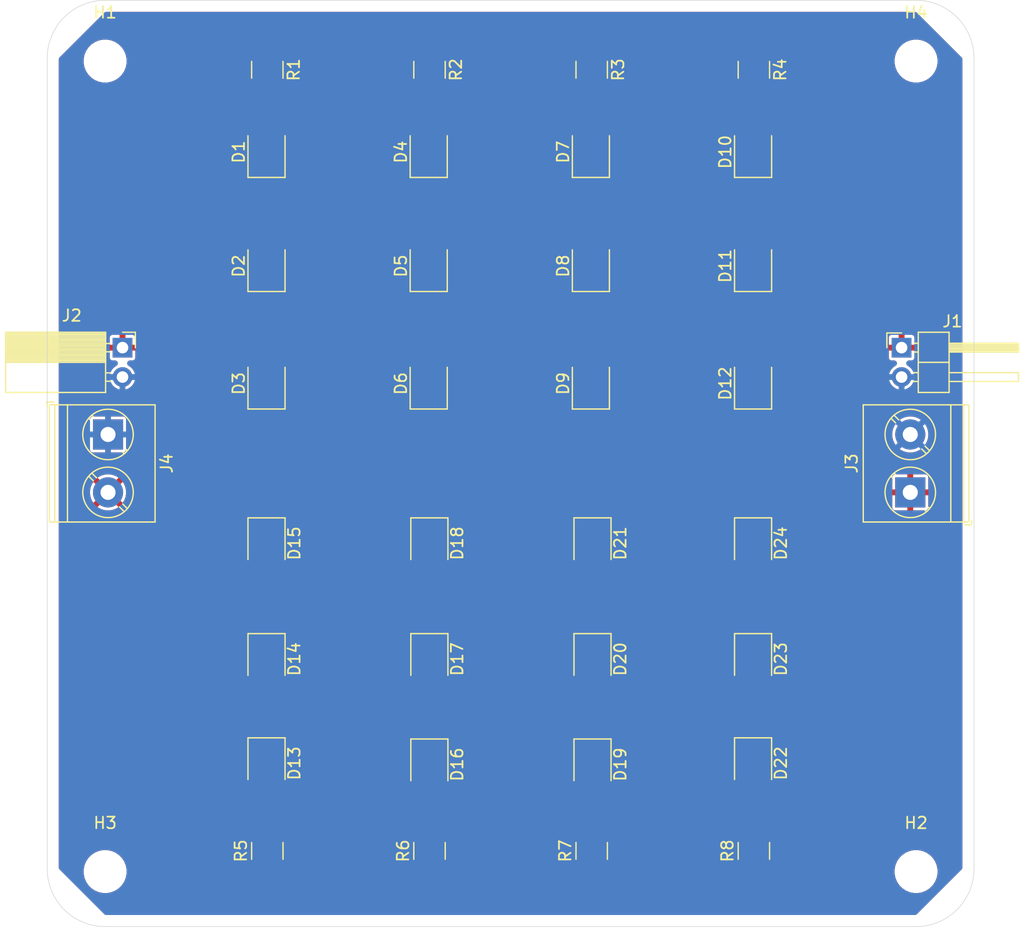
<source format=kicad_pcb>
(kicad_pcb (version 20171130) (host pcbnew 5.1.9+dfsg1-1)

  (general
    (thickness 1.6)
    (drawings 8)
    (tracks 0)
    (zones 0)
    (modules 40)
    (nets 27)
  )

  (page A4)
  (layers
    (0 F.Cu signal)
    (31 B.Cu signal)
    (32 B.Adhes user)
    (33 F.Adhes user)
    (34 B.Paste user)
    (35 F.Paste user)
    (36 B.SilkS user)
    (37 F.SilkS user)
    (38 B.Mask user)
    (39 F.Mask user)
    (40 Dwgs.User user)
    (41 Cmts.User user)
    (42 Eco1.User user)
    (43 Eco2.User user)
    (44 Edge.Cuts user)
    (45 Margin user)
    (46 B.CrtYd user)
    (47 F.CrtYd user)
    (48 B.Fab user)
    (49 F.Fab user)
  )

  (setup
    (last_trace_width 0.25)
    (user_trace_width 0.25)
    (user_trace_width 2)
    (trace_clearance 0.2)
    (zone_clearance 0.254)
    (zone_45_only yes)
    (trace_min 0.2)
    (via_size 0.8)
    (via_drill 0.4)
    (via_min_size 0.4)
    (via_min_drill 0.3)
    (uvia_size 0.3)
    (uvia_drill 0.1)
    (uvias_allowed no)
    (uvia_min_size 0.2)
    (uvia_min_drill 0.1)
    (edge_width 0.05)
    (segment_width 0.2)
    (pcb_text_width 0.3)
    (pcb_text_size 1.5 1.5)
    (mod_edge_width 0.12)
    (mod_text_size 1 1)
    (mod_text_width 0.15)
    (pad_size 1.524 1.524)
    (pad_drill 0.762)
    (pad_to_mask_clearance 0)
    (aux_axis_origin 0 0)
    (visible_elements FFFFFF7F)
    (pcbplotparams
      (layerselection 0x010fc_ffffffff)
      (usegerberextensions false)
      (usegerberattributes true)
      (usegerberadvancedattributes true)
      (creategerberjobfile true)
      (excludeedgelayer true)
      (linewidth 0.100000)
      (plotframeref false)
      (viasonmask false)
      (mode 1)
      (useauxorigin false)
      (hpglpennumber 1)
      (hpglpenspeed 20)
      (hpglpendiameter 15.000000)
      (psnegative false)
      (psa4output false)
      (plotreference true)
      (plotvalue true)
      (plotinvisibletext false)
      (padsonsilk false)
      (subtractmaskfromsilk false)
      (outputformat 1)
      (mirror false)
      (drillshape 1)
      (scaleselection 1)
      (outputdirectory ""))
  )

  (net 0 "")
  (net 1 "Net-(D1-Pad2)")
  (net 2 "Net-(D1-Pad1)")
  (net 3 "Net-(D2-Pad1)")
  (net 4 GND)
  (net 5 "Net-(D4-Pad2)")
  (net 6 "Net-(D4-Pad1)")
  (net 7 "Net-(D5-Pad1)")
  (net 8 "Net-(D7-Pad2)")
  (net 9 "Net-(D7-Pad1)")
  (net 10 "Net-(D8-Pad1)")
  (net 11 "Net-(D10-Pad2)")
  (net 12 "Net-(D10-Pad1)")
  (net 13 "Net-(D11-Pad1)")
  (net 14 "Net-(D13-Pad2)")
  (net 15 "Net-(D13-Pad1)")
  (net 16 "Net-(D14-Pad1)")
  (net 17 "Net-(D16-Pad2)")
  (net 18 "Net-(D16-Pad1)")
  (net 19 "Net-(D17-Pad1)")
  (net 20 "Net-(D19-Pad2)")
  (net 21 "Net-(D19-Pad1)")
  (net 22 "Net-(D20-Pad1)")
  (net 23 "Net-(D22-Pad2)")
  (net 24 "Net-(D22-Pad1)")
  (net 25 "Net-(D23-Pad1)")
  (net 26 VCC)

  (net_class Default "This is the default net class."
    (clearance 0.2)
    (trace_width 0.25)
    (via_dia 0.8)
    (via_drill 0.4)
    (uvia_dia 0.3)
    (uvia_drill 0.1)
    (add_net GND)
    (add_net "Net-(D1-Pad1)")
    (add_net "Net-(D1-Pad2)")
    (add_net "Net-(D10-Pad1)")
    (add_net "Net-(D10-Pad2)")
    (add_net "Net-(D11-Pad1)")
    (add_net "Net-(D13-Pad1)")
    (add_net "Net-(D13-Pad2)")
    (add_net "Net-(D14-Pad1)")
    (add_net "Net-(D16-Pad1)")
    (add_net "Net-(D16-Pad2)")
    (add_net "Net-(D17-Pad1)")
    (add_net "Net-(D19-Pad1)")
    (add_net "Net-(D19-Pad2)")
    (add_net "Net-(D2-Pad1)")
    (add_net "Net-(D20-Pad1)")
    (add_net "Net-(D22-Pad1)")
    (add_net "Net-(D22-Pad2)")
    (add_net "Net-(D23-Pad1)")
    (add_net "Net-(D4-Pad1)")
    (add_net "Net-(D4-Pad2)")
    (add_net "Net-(D5-Pad1)")
    (add_net "Net-(D7-Pad1)")
    (add_net "Net-(D7-Pad2)")
    (add_net "Net-(D8-Pad1)")
    (add_net VCC)
  )

  (module Connector_PinSocket_2.54mm:PinSocket_1x02_P2.54mm_Horizontal (layer F.Cu) (tedit 5A19A41B) (tstamp 6061DE9D)
    (at 101.5 110)
    (descr "Through hole angled socket strip, 1x02, 2.54mm pitch, 8.51mm socket length, single row (from Kicad 4.0.7), script generated")
    (tags "Through hole angled socket strip THT 1x02 2.54mm single row")
    (path /60703E88)
    (fp_text reference J2 (at -4.38 -2.77) (layer F.SilkS)
      (effects (font (size 1 1) (thickness 0.15)))
    )
    (fp_text value Female_Socket (at -4.38 5.31) (layer F.Fab)
      (effects (font (size 1 1) (thickness 0.15)))
    )
    (fp_text user %R (at -5.775 1.27) (layer F.Fab)
      (effects (font (size 1 1) (thickness 0.15)))
    )
    (fp_line (start -10.03 -1.27) (end -2.49 -1.27) (layer F.Fab) (width 0.1))
    (fp_line (start -2.49 -1.27) (end -1.52 -0.3) (layer F.Fab) (width 0.1))
    (fp_line (start -1.52 -0.3) (end -1.52 3.81) (layer F.Fab) (width 0.1))
    (fp_line (start -1.52 3.81) (end -10.03 3.81) (layer F.Fab) (width 0.1))
    (fp_line (start -10.03 3.81) (end -10.03 -1.27) (layer F.Fab) (width 0.1))
    (fp_line (start 0 -0.3) (end -1.52 -0.3) (layer F.Fab) (width 0.1))
    (fp_line (start -1.52 0.3) (end 0 0.3) (layer F.Fab) (width 0.1))
    (fp_line (start 0 0.3) (end 0 -0.3) (layer F.Fab) (width 0.1))
    (fp_line (start 0 2.24) (end -1.52 2.24) (layer F.Fab) (width 0.1))
    (fp_line (start -1.52 2.84) (end 0 2.84) (layer F.Fab) (width 0.1))
    (fp_line (start 0 2.84) (end 0 2.24) (layer F.Fab) (width 0.1))
    (fp_line (start -10.09 -1.21) (end -1.46 -1.21) (layer F.SilkS) (width 0.12))
    (fp_line (start -10.09 -1.091905) (end -1.46 -1.091905) (layer F.SilkS) (width 0.12))
    (fp_line (start -10.09 -0.97381) (end -1.46 -0.97381) (layer F.SilkS) (width 0.12))
    (fp_line (start -10.09 -0.855715) (end -1.46 -0.855715) (layer F.SilkS) (width 0.12))
    (fp_line (start -10.09 -0.73762) (end -1.46 -0.73762) (layer F.SilkS) (width 0.12))
    (fp_line (start -10.09 -0.619525) (end -1.46 -0.619525) (layer F.SilkS) (width 0.12))
    (fp_line (start -10.09 -0.50143) (end -1.46 -0.50143) (layer F.SilkS) (width 0.12))
    (fp_line (start -10.09 -0.383335) (end -1.46 -0.383335) (layer F.SilkS) (width 0.12))
    (fp_line (start -10.09 -0.26524) (end -1.46 -0.26524) (layer F.SilkS) (width 0.12))
    (fp_line (start -10.09 -0.147145) (end -1.46 -0.147145) (layer F.SilkS) (width 0.12))
    (fp_line (start -10.09 -0.02905) (end -1.46 -0.02905) (layer F.SilkS) (width 0.12))
    (fp_line (start -10.09 0.089045) (end -1.46 0.089045) (layer F.SilkS) (width 0.12))
    (fp_line (start -10.09 0.20714) (end -1.46 0.20714) (layer F.SilkS) (width 0.12))
    (fp_line (start -10.09 0.325235) (end -1.46 0.325235) (layer F.SilkS) (width 0.12))
    (fp_line (start -10.09 0.44333) (end -1.46 0.44333) (layer F.SilkS) (width 0.12))
    (fp_line (start -10.09 0.561425) (end -1.46 0.561425) (layer F.SilkS) (width 0.12))
    (fp_line (start -10.09 0.67952) (end -1.46 0.67952) (layer F.SilkS) (width 0.12))
    (fp_line (start -10.09 0.797615) (end -1.46 0.797615) (layer F.SilkS) (width 0.12))
    (fp_line (start -10.09 0.91571) (end -1.46 0.91571) (layer F.SilkS) (width 0.12))
    (fp_line (start -10.09 1.033805) (end -1.46 1.033805) (layer F.SilkS) (width 0.12))
    (fp_line (start -10.09 1.1519) (end -1.46 1.1519) (layer F.SilkS) (width 0.12))
    (fp_line (start -1.46 -0.36) (end -1.11 -0.36) (layer F.SilkS) (width 0.12))
    (fp_line (start -1.46 0.36) (end -1.11 0.36) (layer F.SilkS) (width 0.12))
    (fp_line (start -1.46 2.18) (end -1.05 2.18) (layer F.SilkS) (width 0.12))
    (fp_line (start -1.46 2.9) (end -1.05 2.9) (layer F.SilkS) (width 0.12))
    (fp_line (start -10.09 1.27) (end -1.46 1.27) (layer F.SilkS) (width 0.12))
    (fp_line (start -10.09 -1.33) (end -1.46 -1.33) (layer F.SilkS) (width 0.12))
    (fp_line (start -1.46 -1.33) (end -1.46 3.87) (layer F.SilkS) (width 0.12))
    (fp_line (start -10.09 3.87) (end -1.46 3.87) (layer F.SilkS) (width 0.12))
    (fp_line (start -10.09 -1.33) (end -10.09 3.87) (layer F.SilkS) (width 0.12))
    (fp_line (start 1.11 -1.33) (end 1.11 0) (layer F.SilkS) (width 0.12))
    (fp_line (start 0 -1.33) (end 1.11 -1.33) (layer F.SilkS) (width 0.12))
    (fp_line (start 1.75 -1.75) (end -10.55 -1.75) (layer F.CrtYd) (width 0.05))
    (fp_line (start -10.55 -1.75) (end -10.55 4.35) (layer F.CrtYd) (width 0.05))
    (fp_line (start -10.55 4.35) (end 1.75 4.35) (layer F.CrtYd) (width 0.05))
    (fp_line (start 1.75 4.35) (end 1.75 -1.75) (layer F.CrtYd) (width 0.05))
    (pad 2 thru_hole oval (at 0 2.54) (size 1.7 1.7) (drill 1) (layers *.Cu *.Mask)
      (net 4 GND))
    (pad 1 thru_hole rect (at 0 0) (size 1.7 1.7) (drill 1) (layers *.Cu *.Mask)
      (net 26 VCC))
    (model ${KISYS3DMOD}/Connector_PinSocket_2.54mm.3dshapes/PinSocket_1x02_P2.54mm_Horizontal.wrl
      (at (xyz 0 0 0))
      (scale (xyz 1 1 1))
      (rotate (xyz 0 0 0))
    )
  )

  (module Connector_PinHeader_2.54mm:PinHeader_1x02_P2.54mm_Horizontal (layer F.Cu) (tedit 59FED5CB) (tstamp 60622C63)
    (at 168.75 110)
    (descr "Through hole angled pin header, 1x02, 2.54mm pitch, 6mm pin length, single row")
    (tags "Through hole angled pin header THT 1x02 2.54mm single row")
    (path /60702FCE)
    (fp_text reference J1 (at 4.385 -2.27) (layer F.SilkS)
      (effects (font (size 1 1) (thickness 0.15)))
    )
    (fp_text value Male_Pins (at 4.385 4.81) (layer F.Fab)
      (effects (font (size 1 1) (thickness 0.15)))
    )
    (fp_text user %R (at 2.77 1.27 90) (layer F.Fab)
      (effects (font (size 1 1) (thickness 0.15)))
    )
    (fp_line (start 2.135 -1.27) (end 4.04 -1.27) (layer F.Fab) (width 0.1))
    (fp_line (start 4.04 -1.27) (end 4.04 3.81) (layer F.Fab) (width 0.1))
    (fp_line (start 4.04 3.81) (end 1.5 3.81) (layer F.Fab) (width 0.1))
    (fp_line (start 1.5 3.81) (end 1.5 -0.635) (layer F.Fab) (width 0.1))
    (fp_line (start 1.5 -0.635) (end 2.135 -1.27) (layer F.Fab) (width 0.1))
    (fp_line (start -0.32 -0.32) (end 1.5 -0.32) (layer F.Fab) (width 0.1))
    (fp_line (start -0.32 -0.32) (end -0.32 0.32) (layer F.Fab) (width 0.1))
    (fp_line (start -0.32 0.32) (end 1.5 0.32) (layer F.Fab) (width 0.1))
    (fp_line (start 4.04 -0.32) (end 10.04 -0.32) (layer F.Fab) (width 0.1))
    (fp_line (start 10.04 -0.32) (end 10.04 0.32) (layer F.Fab) (width 0.1))
    (fp_line (start 4.04 0.32) (end 10.04 0.32) (layer F.Fab) (width 0.1))
    (fp_line (start -0.32 2.22) (end 1.5 2.22) (layer F.Fab) (width 0.1))
    (fp_line (start -0.32 2.22) (end -0.32 2.86) (layer F.Fab) (width 0.1))
    (fp_line (start -0.32 2.86) (end 1.5 2.86) (layer F.Fab) (width 0.1))
    (fp_line (start 4.04 2.22) (end 10.04 2.22) (layer F.Fab) (width 0.1))
    (fp_line (start 10.04 2.22) (end 10.04 2.86) (layer F.Fab) (width 0.1))
    (fp_line (start 4.04 2.86) (end 10.04 2.86) (layer F.Fab) (width 0.1))
    (fp_line (start 1.44 -1.33) (end 1.44 3.87) (layer F.SilkS) (width 0.12))
    (fp_line (start 1.44 3.87) (end 4.1 3.87) (layer F.SilkS) (width 0.12))
    (fp_line (start 4.1 3.87) (end 4.1 -1.33) (layer F.SilkS) (width 0.12))
    (fp_line (start 4.1 -1.33) (end 1.44 -1.33) (layer F.SilkS) (width 0.12))
    (fp_line (start 4.1 -0.38) (end 10.1 -0.38) (layer F.SilkS) (width 0.12))
    (fp_line (start 10.1 -0.38) (end 10.1 0.38) (layer F.SilkS) (width 0.12))
    (fp_line (start 10.1 0.38) (end 4.1 0.38) (layer F.SilkS) (width 0.12))
    (fp_line (start 4.1 -0.32) (end 10.1 -0.32) (layer F.SilkS) (width 0.12))
    (fp_line (start 4.1 -0.2) (end 10.1 -0.2) (layer F.SilkS) (width 0.12))
    (fp_line (start 4.1 -0.08) (end 10.1 -0.08) (layer F.SilkS) (width 0.12))
    (fp_line (start 4.1 0.04) (end 10.1 0.04) (layer F.SilkS) (width 0.12))
    (fp_line (start 4.1 0.16) (end 10.1 0.16) (layer F.SilkS) (width 0.12))
    (fp_line (start 4.1 0.28) (end 10.1 0.28) (layer F.SilkS) (width 0.12))
    (fp_line (start 1.11 -0.38) (end 1.44 -0.38) (layer F.SilkS) (width 0.12))
    (fp_line (start 1.11 0.38) (end 1.44 0.38) (layer F.SilkS) (width 0.12))
    (fp_line (start 1.44 1.27) (end 4.1 1.27) (layer F.SilkS) (width 0.12))
    (fp_line (start 4.1 2.16) (end 10.1 2.16) (layer F.SilkS) (width 0.12))
    (fp_line (start 10.1 2.16) (end 10.1 2.92) (layer F.SilkS) (width 0.12))
    (fp_line (start 10.1 2.92) (end 4.1 2.92) (layer F.SilkS) (width 0.12))
    (fp_line (start 1.042929 2.16) (end 1.44 2.16) (layer F.SilkS) (width 0.12))
    (fp_line (start 1.042929 2.92) (end 1.44 2.92) (layer F.SilkS) (width 0.12))
    (fp_line (start -1.27 0) (end -1.27 -1.27) (layer F.SilkS) (width 0.12))
    (fp_line (start -1.27 -1.27) (end 0 -1.27) (layer F.SilkS) (width 0.12))
    (fp_line (start -1.8 -1.8) (end -1.8 4.35) (layer F.CrtYd) (width 0.05))
    (fp_line (start -1.8 4.35) (end 10.55 4.35) (layer F.CrtYd) (width 0.05))
    (fp_line (start 10.55 4.35) (end 10.55 -1.8) (layer F.CrtYd) (width 0.05))
    (fp_line (start 10.55 -1.8) (end -1.8 -1.8) (layer F.CrtYd) (width 0.05))
    (pad 2 thru_hole oval (at 0 2.54) (size 1.7 1.7) (drill 1) (layers *.Cu *.Mask)
      (net 4 GND))
    (pad 1 thru_hole rect (at 0 0) (size 1.7 1.7) (drill 1) (layers *.Cu *.Mask)
      (net 26 VCC))
    (model ${KISYS3DMOD}/Connector_PinHeader_2.54mm.3dshapes/PinHeader_1x02_P2.54mm_Horizontal.wrl
      (at (xyz 0 0 0))
      (scale (xyz 1 1 1))
      (rotate (xyz 0 0 0))
    )
  )

  (module Resistor_SMD:R_1210_3225Metric (layer F.Cu) (tedit 5F68FEEE) (tstamp 6062A18D)
    (at 156 153.4625 90)
    (descr "Resistor SMD 1210 (3225 Metric), square (rectangular) end terminal, IPC_7351 nominal, (Body size source: IPC-SM-782 page 72, https://www.pcb-3d.com/wordpress/wp-content/uploads/ipc-sm-782a_amendment_1_and_2.pdf), generated with kicad-footprint-generator")
    (tags resistor)
    (path /6071E6C2)
    (attr smd)
    (fp_text reference R8 (at 0 -2.28 90) (layer F.SilkS)
      (effects (font (size 1 1) (thickness 0.15)))
    )
    (fp_text value 82 (at 0 2.28 90) (layer F.Fab)
      (effects (font (size 1 1) (thickness 0.15)))
    )
    (fp_text user %R (at 0 0 90) (layer F.Fab)
      (effects (font (size 0.8 0.8) (thickness 0.12)))
    )
    (fp_line (start -1.6 1.245) (end -1.6 -1.245) (layer F.Fab) (width 0.1))
    (fp_line (start -1.6 -1.245) (end 1.6 -1.245) (layer F.Fab) (width 0.1))
    (fp_line (start 1.6 -1.245) (end 1.6 1.245) (layer F.Fab) (width 0.1))
    (fp_line (start 1.6 1.245) (end -1.6 1.245) (layer F.Fab) (width 0.1))
    (fp_line (start -0.723737 -1.355) (end 0.723737 -1.355) (layer F.SilkS) (width 0.12))
    (fp_line (start -0.723737 1.355) (end 0.723737 1.355) (layer F.SilkS) (width 0.12))
    (fp_line (start -2.28 1.58) (end -2.28 -1.58) (layer F.CrtYd) (width 0.05))
    (fp_line (start -2.28 -1.58) (end 2.28 -1.58) (layer F.CrtYd) (width 0.05))
    (fp_line (start 2.28 -1.58) (end 2.28 1.58) (layer F.CrtYd) (width 0.05))
    (fp_line (start 2.28 1.58) (end -2.28 1.58) (layer F.CrtYd) (width 0.05))
    (pad 2 smd roundrect (at 1.4625 0 90) (size 1.125 2.65) (layers F.Cu F.Paste F.Mask) (roundrect_rratio 0.222222)
      (net 23 "Net-(D22-Pad2)"))
    (pad 1 smd roundrect (at -1.4625 0 90) (size 1.125 2.65) (layers F.Cu F.Paste F.Mask) (roundrect_rratio 0.222222)
      (net 26 VCC))
    (model ${KISYS3DMOD}/Resistor_SMD.3dshapes/R_1210_3225Metric.wrl
      (at (xyz 0 0 0))
      (scale (xyz 1 1 1))
      (rotate (xyz 0 0 0))
    )
  )

  (module Resistor_SMD:R_1210_3225Metric (layer F.Cu) (tedit 5F68FEEE) (tstamp 6062D35A)
    (at 142 153.4625 90)
    (descr "Resistor SMD 1210 (3225 Metric), square (rectangular) end terminal, IPC_7351 nominal, (Body size source: IPC-SM-782 page 72, https://www.pcb-3d.com/wordpress/wp-content/uploads/ipc-sm-782a_amendment_1_and_2.pdf), generated with kicad-footprint-generator")
    (tags resistor)
    (path /6071E681)
    (attr smd)
    (fp_text reference R7 (at 0 -2.28 90) (layer F.SilkS)
      (effects (font (size 1 1) (thickness 0.15)))
    )
    (fp_text value 82 (at 0 2.28 90) (layer F.Fab)
      (effects (font (size 1 1) (thickness 0.15)))
    )
    (fp_text user %R (at 0 0 90) (layer F.Fab)
      (effects (font (size 0.8 0.8) (thickness 0.12)))
    )
    (fp_line (start -1.6 1.245) (end -1.6 -1.245) (layer F.Fab) (width 0.1))
    (fp_line (start -1.6 -1.245) (end 1.6 -1.245) (layer F.Fab) (width 0.1))
    (fp_line (start 1.6 -1.245) (end 1.6 1.245) (layer F.Fab) (width 0.1))
    (fp_line (start 1.6 1.245) (end -1.6 1.245) (layer F.Fab) (width 0.1))
    (fp_line (start -0.723737 -1.355) (end 0.723737 -1.355) (layer F.SilkS) (width 0.12))
    (fp_line (start -0.723737 1.355) (end 0.723737 1.355) (layer F.SilkS) (width 0.12))
    (fp_line (start -2.28 1.58) (end -2.28 -1.58) (layer F.CrtYd) (width 0.05))
    (fp_line (start -2.28 -1.58) (end 2.28 -1.58) (layer F.CrtYd) (width 0.05))
    (fp_line (start 2.28 -1.58) (end 2.28 1.58) (layer F.CrtYd) (width 0.05))
    (fp_line (start 2.28 1.58) (end -2.28 1.58) (layer F.CrtYd) (width 0.05))
    (pad 2 smd roundrect (at 1.4625 0 90) (size 1.125 2.65) (layers F.Cu F.Paste F.Mask) (roundrect_rratio 0.222222)
      (net 20 "Net-(D19-Pad2)"))
    (pad 1 smd roundrect (at -1.4625 0 90) (size 1.125 2.65) (layers F.Cu F.Paste F.Mask) (roundrect_rratio 0.222222)
      (net 26 VCC))
    (model ${KISYS3DMOD}/Resistor_SMD.3dshapes/R_1210_3225Metric.wrl
      (at (xyz 0 0 0))
      (scale (xyz 1 1 1))
      (rotate (xyz 0 0 0))
    )
  )

  (module Resistor_SMD:R_1210_3225Metric (layer F.Cu) (tedit 5F68FEEE) (tstamp 6062DF24)
    (at 128 153.4625 90)
    (descr "Resistor SMD 1210 (3225 Metric), square (rectangular) end terminal, IPC_7351 nominal, (Body size source: IPC-SM-782 page 72, https://www.pcb-3d.com/wordpress/wp-content/uploads/ipc-sm-782a_amendment_1_and_2.pdf), generated with kicad-footprint-generator")
    (tags resistor)
    (path /6071E640)
    (attr smd)
    (fp_text reference R6 (at 0 -2.28 90) (layer F.SilkS)
      (effects (font (size 1 1) (thickness 0.15)))
    )
    (fp_text value 82 (at 0 2.28 90) (layer F.Fab)
      (effects (font (size 1 1) (thickness 0.15)))
    )
    (fp_text user %R (at 0 0 90) (layer F.Fab)
      (effects (font (size 0.8 0.8) (thickness 0.12)))
    )
    (fp_line (start -1.6 1.245) (end -1.6 -1.245) (layer F.Fab) (width 0.1))
    (fp_line (start -1.6 -1.245) (end 1.6 -1.245) (layer F.Fab) (width 0.1))
    (fp_line (start 1.6 -1.245) (end 1.6 1.245) (layer F.Fab) (width 0.1))
    (fp_line (start 1.6 1.245) (end -1.6 1.245) (layer F.Fab) (width 0.1))
    (fp_line (start -0.723737 -1.355) (end 0.723737 -1.355) (layer F.SilkS) (width 0.12))
    (fp_line (start -0.723737 1.355) (end 0.723737 1.355) (layer F.SilkS) (width 0.12))
    (fp_line (start -2.28 1.58) (end -2.28 -1.58) (layer F.CrtYd) (width 0.05))
    (fp_line (start -2.28 -1.58) (end 2.28 -1.58) (layer F.CrtYd) (width 0.05))
    (fp_line (start 2.28 -1.58) (end 2.28 1.58) (layer F.CrtYd) (width 0.05))
    (fp_line (start 2.28 1.58) (end -2.28 1.58) (layer F.CrtYd) (width 0.05))
    (pad 2 smd roundrect (at 1.4625 0 90) (size 1.125 2.65) (layers F.Cu F.Paste F.Mask) (roundrect_rratio 0.222222)
      (net 17 "Net-(D16-Pad2)"))
    (pad 1 smd roundrect (at -1.4625 0 90) (size 1.125 2.65) (layers F.Cu F.Paste F.Mask) (roundrect_rratio 0.222222)
      (net 26 VCC))
    (model ${KISYS3DMOD}/Resistor_SMD.3dshapes/R_1210_3225Metric.wrl
      (at (xyz 0 0 0))
      (scale (xyz 1 1 1))
      (rotate (xyz 0 0 0))
    )
  )

  (module Resistor_SMD:R_1210_3225Metric (layer F.Cu) (tedit 5F68FEEE) (tstamp 6062EC09)
    (at 114 153.4625 90)
    (descr "Resistor SMD 1210 (3225 Metric), square (rectangular) end terminal, IPC_7351 nominal, (Body size source: IPC-SM-782 page 72, https://www.pcb-3d.com/wordpress/wp-content/uploads/ipc-sm-782a_amendment_1_and_2.pdf), generated with kicad-footprint-generator")
    (tags resistor)
    (path /6071E5FF)
    (attr smd)
    (fp_text reference R5 (at 0 -2.28 90) (layer F.SilkS)
      (effects (font (size 1 1) (thickness 0.15)))
    )
    (fp_text value 82 (at 0 2.28 90) (layer F.Fab)
      (effects (font (size 1 1) (thickness 0.15)))
    )
    (fp_text user %R (at 0 0 90) (layer F.Fab)
      (effects (font (size 0.8 0.8) (thickness 0.12)))
    )
    (fp_line (start -1.6 1.245) (end -1.6 -1.245) (layer F.Fab) (width 0.1))
    (fp_line (start -1.6 -1.245) (end 1.6 -1.245) (layer F.Fab) (width 0.1))
    (fp_line (start 1.6 -1.245) (end 1.6 1.245) (layer F.Fab) (width 0.1))
    (fp_line (start 1.6 1.245) (end -1.6 1.245) (layer F.Fab) (width 0.1))
    (fp_line (start -0.723737 -1.355) (end 0.723737 -1.355) (layer F.SilkS) (width 0.12))
    (fp_line (start -0.723737 1.355) (end 0.723737 1.355) (layer F.SilkS) (width 0.12))
    (fp_line (start -2.28 1.58) (end -2.28 -1.58) (layer F.CrtYd) (width 0.05))
    (fp_line (start -2.28 -1.58) (end 2.28 -1.58) (layer F.CrtYd) (width 0.05))
    (fp_line (start 2.28 -1.58) (end 2.28 1.58) (layer F.CrtYd) (width 0.05))
    (fp_line (start 2.28 1.58) (end -2.28 1.58) (layer F.CrtYd) (width 0.05))
    (pad 2 smd roundrect (at 1.4625 0 90) (size 1.125 2.65) (layers F.Cu F.Paste F.Mask) (roundrect_rratio 0.222222)
      (net 14 "Net-(D13-Pad2)"))
    (pad 1 smd roundrect (at -1.4625 0 90) (size 1.125 2.65) (layers F.Cu F.Paste F.Mask) (roundrect_rratio 0.222222)
      (net 26 VCC))
    (model ${KISYS3DMOD}/Resistor_SMD.3dshapes/R_1210_3225Metric.wrl
      (at (xyz 0 0 0))
      (scale (xyz 1 1 1))
      (rotate (xyz 0 0 0))
    )
  )

  (module Resistor_SMD:R_1210_3225Metric (layer F.Cu) (tedit 5F68FEEE) (tstamp 6062ECCD)
    (at 156 86 270)
    (descr "Resistor SMD 1210 (3225 Metric), square (rectangular) end terminal, IPC_7351 nominal, (Body size source: IPC-SM-782 page 72, https://www.pcb-3d.com/wordpress/wp-content/uploads/ipc-sm-782a_amendment_1_and_2.pdf), generated with kicad-footprint-generator")
    (tags resistor)
    (path /60715B52)
    (attr smd)
    (fp_text reference R4 (at 0 -2.28 90) (layer F.SilkS)
      (effects (font (size 1 1) (thickness 0.15)))
    )
    (fp_text value 82 (at 0 2.28 90) (layer F.Fab)
      (effects (font (size 1 1) (thickness 0.15)))
    )
    (fp_text user %R (at 0 0 90) (layer F.Fab)
      (effects (font (size 0.8 0.8) (thickness 0.12)))
    )
    (fp_line (start -1.6 1.245) (end -1.6 -1.245) (layer F.Fab) (width 0.1))
    (fp_line (start -1.6 -1.245) (end 1.6 -1.245) (layer F.Fab) (width 0.1))
    (fp_line (start 1.6 -1.245) (end 1.6 1.245) (layer F.Fab) (width 0.1))
    (fp_line (start 1.6 1.245) (end -1.6 1.245) (layer F.Fab) (width 0.1))
    (fp_line (start -0.723737 -1.355) (end 0.723737 -1.355) (layer F.SilkS) (width 0.12))
    (fp_line (start -0.723737 1.355) (end 0.723737 1.355) (layer F.SilkS) (width 0.12))
    (fp_line (start -2.28 1.58) (end -2.28 -1.58) (layer F.CrtYd) (width 0.05))
    (fp_line (start -2.28 -1.58) (end 2.28 -1.58) (layer F.CrtYd) (width 0.05))
    (fp_line (start 2.28 -1.58) (end 2.28 1.58) (layer F.CrtYd) (width 0.05))
    (fp_line (start 2.28 1.58) (end -2.28 1.58) (layer F.CrtYd) (width 0.05))
    (pad 2 smd roundrect (at 1.4625 0 270) (size 1.125 2.65) (layers F.Cu F.Paste F.Mask) (roundrect_rratio 0.222222)
      (net 11 "Net-(D10-Pad2)"))
    (pad 1 smd roundrect (at -1.4625 0 270) (size 1.125 2.65) (layers F.Cu F.Paste F.Mask) (roundrect_rratio 0.222222)
      (net 26 VCC))
    (model ${KISYS3DMOD}/Resistor_SMD.3dshapes/R_1210_3225Metric.wrl
      (at (xyz 0 0 0))
      (scale (xyz 1 1 1))
      (rotate (xyz 0 0 0))
    )
  )

  (module Resistor_SMD:R_1210_3225Metric (layer F.Cu) (tedit 5F68FEEE) (tstamp 6062A019)
    (at 142 86 270)
    (descr "Resistor SMD 1210 (3225 Metric), square (rectangular) end terminal, IPC_7351 nominal, (Body size source: IPC-SM-782 page 72, https://www.pcb-3d.com/wordpress/wp-content/uploads/ipc-sm-782a_amendment_1_and_2.pdf), generated with kicad-footprint-generator")
    (tags resistor)
    (path /60715B11)
    (attr smd)
    (fp_text reference R3 (at 0 -2.28 90) (layer F.SilkS)
      (effects (font (size 1 1) (thickness 0.15)))
    )
    (fp_text value 82 (at 0 2.28 90) (layer F.Fab)
      (effects (font (size 1 1) (thickness 0.15)))
    )
    (fp_text user %R (at 0 0 90) (layer F.Fab)
      (effects (font (size 0.8 0.8) (thickness 0.12)))
    )
    (fp_line (start -1.6 1.245) (end -1.6 -1.245) (layer F.Fab) (width 0.1))
    (fp_line (start -1.6 -1.245) (end 1.6 -1.245) (layer F.Fab) (width 0.1))
    (fp_line (start 1.6 -1.245) (end 1.6 1.245) (layer F.Fab) (width 0.1))
    (fp_line (start 1.6 1.245) (end -1.6 1.245) (layer F.Fab) (width 0.1))
    (fp_line (start -0.723737 -1.355) (end 0.723737 -1.355) (layer F.SilkS) (width 0.12))
    (fp_line (start -0.723737 1.355) (end 0.723737 1.355) (layer F.SilkS) (width 0.12))
    (fp_line (start -2.28 1.58) (end -2.28 -1.58) (layer F.CrtYd) (width 0.05))
    (fp_line (start -2.28 -1.58) (end 2.28 -1.58) (layer F.CrtYd) (width 0.05))
    (fp_line (start 2.28 -1.58) (end 2.28 1.58) (layer F.CrtYd) (width 0.05))
    (fp_line (start 2.28 1.58) (end -2.28 1.58) (layer F.CrtYd) (width 0.05))
    (pad 2 smd roundrect (at 1.4625 0 270) (size 1.125 2.65) (layers F.Cu F.Paste F.Mask) (roundrect_rratio 0.222222)
      (net 8 "Net-(D7-Pad2)"))
    (pad 1 smd roundrect (at -1.4625 0 270) (size 1.125 2.65) (layers F.Cu F.Paste F.Mask) (roundrect_rratio 0.222222)
      (net 26 VCC))
    (model ${KISYS3DMOD}/Resistor_SMD.3dshapes/R_1210_3225Metric.wrl
      (at (xyz 0 0 0))
      (scale (xyz 1 1 1))
      (rotate (xyz 0 0 0))
    )
  )

  (module Resistor_SMD:R_1210_3225Metric (layer F.Cu) (tedit 5F68FEEE) (tstamp 6062A289)
    (at 128 86 270)
    (descr "Resistor SMD 1210 (3225 Metric), square (rectangular) end terminal, IPC_7351 nominal, (Body size source: IPC-SM-782 page 72, https://www.pcb-3d.com/wordpress/wp-content/uploads/ipc-sm-782a_amendment_1_and_2.pdf), generated with kicad-footprint-generator")
    (tags resistor)
    (path /6070F698)
    (attr smd)
    (fp_text reference R2 (at 0 -2.28 90) (layer F.SilkS)
      (effects (font (size 1 1) (thickness 0.15)))
    )
    (fp_text value 82 (at 0 2.28 90) (layer F.Fab)
      (effects (font (size 1 1) (thickness 0.15)))
    )
    (fp_text user %R (at 0 0 90) (layer F.Fab)
      (effects (font (size 0.8 0.8) (thickness 0.12)))
    )
    (fp_line (start -1.6 1.245) (end -1.6 -1.245) (layer F.Fab) (width 0.1))
    (fp_line (start -1.6 -1.245) (end 1.6 -1.245) (layer F.Fab) (width 0.1))
    (fp_line (start 1.6 -1.245) (end 1.6 1.245) (layer F.Fab) (width 0.1))
    (fp_line (start 1.6 1.245) (end -1.6 1.245) (layer F.Fab) (width 0.1))
    (fp_line (start -0.723737 -1.355) (end 0.723737 -1.355) (layer F.SilkS) (width 0.12))
    (fp_line (start -0.723737 1.355) (end 0.723737 1.355) (layer F.SilkS) (width 0.12))
    (fp_line (start -2.28 1.58) (end -2.28 -1.58) (layer F.CrtYd) (width 0.05))
    (fp_line (start -2.28 -1.58) (end 2.28 -1.58) (layer F.CrtYd) (width 0.05))
    (fp_line (start 2.28 -1.58) (end 2.28 1.58) (layer F.CrtYd) (width 0.05))
    (fp_line (start 2.28 1.58) (end -2.28 1.58) (layer F.CrtYd) (width 0.05))
    (pad 2 smd roundrect (at 1.4625 0 270) (size 1.125 2.65) (layers F.Cu F.Paste F.Mask) (roundrect_rratio 0.222222)
      (net 5 "Net-(D4-Pad2)"))
    (pad 1 smd roundrect (at -1.4625 0 270) (size 1.125 2.65) (layers F.Cu F.Paste F.Mask) (roundrect_rratio 0.222222)
      (net 26 VCC))
    (model ${KISYS3DMOD}/Resistor_SMD.3dshapes/R_1210_3225Metric.wrl
      (at (xyz 0 0 0))
      (scale (xyz 1 1 1))
      (rotate (xyz 0 0 0))
    )
  )

  (module Resistor_SMD:R_1210_3225Metric (layer F.Cu) (tedit 5F68FEEE) (tstamp 6062A229)
    (at 114 86 270)
    (descr "Resistor SMD 1210 (3225 Metric), square (rectangular) end terminal, IPC_7351 nominal, (Body size source: IPC-SM-782 page 72, https://www.pcb-3d.com/wordpress/wp-content/uploads/ipc-sm-782a_amendment_1_and_2.pdf), generated with kicad-footprint-generator")
    (tags resistor)
    (path /60709392)
    (attr smd)
    (fp_text reference R1 (at 0 -2.28 90) (layer F.SilkS)
      (effects (font (size 1 1) (thickness 0.15)))
    )
    (fp_text value 82 (at 0 2.28 90) (layer F.Fab)
      (effects (font (size 1 1) (thickness 0.15)))
    )
    (fp_text user %R (at 0 0 90) (layer F.Fab)
      (effects (font (size 0.8 0.8) (thickness 0.12)))
    )
    (fp_line (start -1.6 1.245) (end -1.6 -1.245) (layer F.Fab) (width 0.1))
    (fp_line (start -1.6 -1.245) (end 1.6 -1.245) (layer F.Fab) (width 0.1))
    (fp_line (start 1.6 -1.245) (end 1.6 1.245) (layer F.Fab) (width 0.1))
    (fp_line (start 1.6 1.245) (end -1.6 1.245) (layer F.Fab) (width 0.1))
    (fp_line (start -0.723737 -1.355) (end 0.723737 -1.355) (layer F.SilkS) (width 0.12))
    (fp_line (start -0.723737 1.355) (end 0.723737 1.355) (layer F.SilkS) (width 0.12))
    (fp_line (start -2.28 1.58) (end -2.28 -1.58) (layer F.CrtYd) (width 0.05))
    (fp_line (start -2.28 -1.58) (end 2.28 -1.58) (layer F.CrtYd) (width 0.05))
    (fp_line (start 2.28 -1.58) (end 2.28 1.58) (layer F.CrtYd) (width 0.05))
    (fp_line (start 2.28 1.58) (end -2.28 1.58) (layer F.CrtYd) (width 0.05))
    (pad 2 smd roundrect (at 1.4625 0 270) (size 1.125 2.65) (layers F.Cu F.Paste F.Mask) (roundrect_rratio 0.222222)
      (net 1 "Net-(D1-Pad2)"))
    (pad 1 smd roundrect (at -1.4625 0 270) (size 1.125 2.65) (layers F.Cu F.Paste F.Mask) (roundrect_rratio 0.222222)
      (net 26 VCC))
    (model ${KISYS3DMOD}/Resistor_SMD.3dshapes/R_1210_3225Metric.wrl
      (at (xyz 0 0 0))
      (scale (xyz 1 1 1))
      (rotate (xyz 0 0 0))
    )
  )

  (module TerminalBlock_Phoenix:TerminalBlock_Phoenix_PT-1,5-2-5.0-H_1x02_P5.00mm_Horizontal (layer F.Cu) (tedit 5B294F69) (tstamp 6061DEF1)
    (at 100.25 117.5 270)
    (descr "Terminal Block Phoenix PT-1,5-2-5.0-H, 2 pins, pitch 5mm, size 10x9mm^2, drill diamater 1.3mm, pad diameter 2.6mm, see http://www.mouser.com/ds/2/324/ItemDetail_1935161-922578.pdf, script-generated using https://github.com/pointhi/kicad-footprint-generator/scripts/TerminalBlock_Phoenix")
    (tags "THT Terminal Block Phoenix PT-1,5-2-5.0-H pitch 5mm size 10x9mm^2 drill 1.3mm pad 2.6mm")
    (path /607046E9)
    (fp_text reference J4 (at 2.5 -5.06 90) (layer F.SilkS)
      (effects (font (size 1 1) (thickness 0.15)))
    )
    (fp_text value Screw (at 2.5 6.06 90) (layer F.Fab)
      (effects (font (size 1 1) (thickness 0.15)))
    )
    (fp_text user %R (at 2.5 2.9 90) (layer F.Fab)
      (effects (font (size 1 1) (thickness 0.15)))
    )
    (fp_circle (center 0 0) (end 2 0) (layer F.Fab) (width 0.1))
    (fp_circle (center 0 0) (end 2.18 0) (layer F.SilkS) (width 0.12))
    (fp_circle (center 5 0) (end 7 0) (layer F.Fab) (width 0.1))
    (fp_circle (center 5 0) (end 7.18 0) (layer F.SilkS) (width 0.12))
    (fp_line (start -2.5 -4) (end 7.5 -4) (layer F.Fab) (width 0.1))
    (fp_line (start 7.5 -4) (end 7.5 5) (layer F.Fab) (width 0.1))
    (fp_line (start 7.5 5) (end -2.1 5) (layer F.Fab) (width 0.1))
    (fp_line (start -2.1 5) (end -2.5 4.6) (layer F.Fab) (width 0.1))
    (fp_line (start -2.5 4.6) (end -2.5 -4) (layer F.Fab) (width 0.1))
    (fp_line (start -2.5 4.6) (end 7.5 4.6) (layer F.Fab) (width 0.1))
    (fp_line (start -2.56 4.6) (end 7.56 4.6) (layer F.SilkS) (width 0.12))
    (fp_line (start -2.5 3.5) (end 7.5 3.5) (layer F.Fab) (width 0.1))
    (fp_line (start -2.56 3.5) (end 7.56 3.5) (layer F.SilkS) (width 0.12))
    (fp_line (start -2.56 -4.06) (end 7.56 -4.06) (layer F.SilkS) (width 0.12))
    (fp_line (start -2.56 5.06) (end 7.56 5.06) (layer F.SilkS) (width 0.12))
    (fp_line (start -2.56 -4.06) (end -2.56 5.06) (layer F.SilkS) (width 0.12))
    (fp_line (start 7.56 -4.06) (end 7.56 5.06) (layer F.SilkS) (width 0.12))
    (fp_line (start 1.517 -1.273) (end -1.273 1.517) (layer F.Fab) (width 0.1))
    (fp_line (start 1.273 -1.517) (end -1.517 1.273) (layer F.Fab) (width 0.1))
    (fp_line (start 1.654 -1.388) (end 1.547 -1.281) (layer F.SilkS) (width 0.12))
    (fp_line (start -1.282 1.547) (end -1.388 1.654) (layer F.SilkS) (width 0.12))
    (fp_line (start 1.388 -1.654) (end 1.281 -1.547) (layer F.SilkS) (width 0.12))
    (fp_line (start -1.548 1.281) (end -1.654 1.388) (layer F.SilkS) (width 0.12))
    (fp_line (start 6.517 -1.273) (end 3.728 1.517) (layer F.Fab) (width 0.1))
    (fp_line (start 6.273 -1.517) (end 3.484 1.273) (layer F.Fab) (width 0.1))
    (fp_line (start 6.654 -1.388) (end 6.259 -0.992) (layer F.SilkS) (width 0.12))
    (fp_line (start 3.993 1.274) (end 3.613 1.654) (layer F.SilkS) (width 0.12))
    (fp_line (start 6.388 -1.654) (end 6.008 -1.274) (layer F.SilkS) (width 0.12))
    (fp_line (start 3.742 0.992) (end 3.347 1.388) (layer F.SilkS) (width 0.12))
    (fp_line (start -2.8 4.66) (end -2.8 5.3) (layer F.SilkS) (width 0.12))
    (fp_line (start -2.8 5.3) (end -2.4 5.3) (layer F.SilkS) (width 0.12))
    (fp_line (start -3 -4.5) (end -3 5.5) (layer F.CrtYd) (width 0.05))
    (fp_line (start -3 5.5) (end 8 5.5) (layer F.CrtYd) (width 0.05))
    (fp_line (start 8 5.5) (end 8 -4.5) (layer F.CrtYd) (width 0.05))
    (fp_line (start 8 -4.5) (end -3 -4.5) (layer F.CrtYd) (width 0.05))
    (pad 2 thru_hole circle (at 5 0 270) (size 2.6 2.6) (drill 1.3) (layers *.Cu *.Mask)
      (net 26 VCC))
    (pad 1 thru_hole rect (at 0 0 270) (size 2.6 2.6) (drill 1.3) (layers *.Cu *.Mask)
      (net 4 GND))
    (model ${KISYS3DMOD}/TerminalBlock_Phoenix.3dshapes/TerminalBlock_Phoenix_PT-1,5-2-5.0-H_1x02_P5.00mm_Horizontal.wrl
      (at (xyz 0 0 0))
      (scale (xyz 1 1 1))
      (rotate (xyz 0 0 0))
    )
  )

  (module TerminalBlock_Phoenix:TerminalBlock_Phoenix_PT-1,5-2-5.0-H_1x02_P5.00mm_Horizontal (layer F.Cu) (tedit 5B294F69) (tstamp 60621E74)
    (at 169.5 122.5 90)
    (descr "Terminal Block Phoenix PT-1,5-2-5.0-H, 2 pins, pitch 5mm, size 10x9mm^2, drill diamater 1.3mm, pad diameter 2.6mm, see http://www.mouser.com/ds/2/324/ItemDetail_1935161-922578.pdf, script-generated using https://github.com/pointhi/kicad-footprint-generator/scripts/TerminalBlock_Phoenix")
    (tags "THT Terminal Block Phoenix PT-1,5-2-5.0-H pitch 5mm size 10x9mm^2 drill 1.3mm pad 2.6mm")
    (path /607042F9)
    (fp_text reference J3 (at 2.5 -5.06 90) (layer F.SilkS)
      (effects (font (size 1 1) (thickness 0.15)))
    )
    (fp_text value Screw (at 2.5 6.06 90) (layer F.Fab)
      (effects (font (size 1 1) (thickness 0.15)))
    )
    (fp_text user %R (at 2.5 2.9 90) (layer F.Fab)
      (effects (font (size 1 1) (thickness 0.15)))
    )
    (fp_circle (center 0 0) (end 2 0) (layer F.Fab) (width 0.1))
    (fp_circle (center 0 0) (end 2.18 0) (layer F.SilkS) (width 0.12))
    (fp_circle (center 5 0) (end 7 0) (layer F.Fab) (width 0.1))
    (fp_circle (center 5 0) (end 7.18 0) (layer F.SilkS) (width 0.12))
    (fp_line (start -2.5 -4) (end 7.5 -4) (layer F.Fab) (width 0.1))
    (fp_line (start 7.5 -4) (end 7.5 5) (layer F.Fab) (width 0.1))
    (fp_line (start 7.5 5) (end -2.1 5) (layer F.Fab) (width 0.1))
    (fp_line (start -2.1 5) (end -2.5 4.6) (layer F.Fab) (width 0.1))
    (fp_line (start -2.5 4.6) (end -2.5 -4) (layer F.Fab) (width 0.1))
    (fp_line (start -2.5 4.6) (end 7.5 4.6) (layer F.Fab) (width 0.1))
    (fp_line (start -2.56 4.6) (end 7.56 4.6) (layer F.SilkS) (width 0.12))
    (fp_line (start -2.5 3.5) (end 7.5 3.5) (layer F.Fab) (width 0.1))
    (fp_line (start -2.56 3.5) (end 7.56 3.5) (layer F.SilkS) (width 0.12))
    (fp_line (start -2.56 -4.06) (end 7.56 -4.06) (layer F.SilkS) (width 0.12))
    (fp_line (start -2.56 5.06) (end 7.56 5.06) (layer F.SilkS) (width 0.12))
    (fp_line (start -2.56 -4.06) (end -2.56 5.06) (layer F.SilkS) (width 0.12))
    (fp_line (start 7.56 -4.06) (end 7.56 5.06) (layer F.SilkS) (width 0.12))
    (fp_line (start 1.517 -1.273) (end -1.273 1.517) (layer F.Fab) (width 0.1))
    (fp_line (start 1.273 -1.517) (end -1.517 1.273) (layer F.Fab) (width 0.1))
    (fp_line (start 1.654 -1.388) (end 1.547 -1.281) (layer F.SilkS) (width 0.12))
    (fp_line (start -1.282 1.547) (end -1.388 1.654) (layer F.SilkS) (width 0.12))
    (fp_line (start 1.388 -1.654) (end 1.281 -1.547) (layer F.SilkS) (width 0.12))
    (fp_line (start -1.548 1.281) (end -1.654 1.388) (layer F.SilkS) (width 0.12))
    (fp_line (start 6.517 -1.273) (end 3.728 1.517) (layer F.Fab) (width 0.1))
    (fp_line (start 6.273 -1.517) (end 3.484 1.273) (layer F.Fab) (width 0.1))
    (fp_line (start 6.654 -1.388) (end 6.259 -0.992) (layer F.SilkS) (width 0.12))
    (fp_line (start 3.993 1.274) (end 3.613 1.654) (layer F.SilkS) (width 0.12))
    (fp_line (start 6.388 -1.654) (end 6.008 -1.274) (layer F.SilkS) (width 0.12))
    (fp_line (start 3.742 0.992) (end 3.347 1.388) (layer F.SilkS) (width 0.12))
    (fp_line (start -2.8 4.66) (end -2.8 5.3) (layer F.SilkS) (width 0.12))
    (fp_line (start -2.8 5.3) (end -2.4 5.3) (layer F.SilkS) (width 0.12))
    (fp_line (start -3 -4.5) (end -3 5.5) (layer F.CrtYd) (width 0.05))
    (fp_line (start -3 5.5) (end 8 5.5) (layer F.CrtYd) (width 0.05))
    (fp_line (start 8 5.5) (end 8 -4.5) (layer F.CrtYd) (width 0.05))
    (fp_line (start 8 -4.5) (end -3 -4.5) (layer F.CrtYd) (width 0.05))
    (pad 2 thru_hole circle (at 5 0 90) (size 2.6 2.6) (drill 1.3) (layers *.Cu *.Mask)
      (net 4 GND))
    (pad 1 thru_hole rect (at 0 0 90) (size 2.6 2.6) (drill 1.3) (layers *.Cu *.Mask)
      (net 26 VCC))
    (model ${KISYS3DMOD}/TerminalBlock_Phoenix.3dshapes/TerminalBlock_Phoenix_PT-1,5-2-5.0-H_1x02_P5.00mm_Horizontal.wrl
      (at (xyz 0 0 0))
      (scale (xyz 1 1 1))
      (rotate (xyz 0 0 0))
    )
  )

  (module MountingHole:MountingHole_3.2mm_M3 (layer F.Cu) (tedit 56D1B4CB) (tstamp 6061DE71)
    (at 170 85.25)
    (descr "Mounting Hole 3.2mm, no annular, M3")
    (tags "mounting hole 3.2mm no annular m3")
    (path /60734B23)
    (attr virtual)
    (fp_text reference H4 (at 0 -4.2) (layer F.SilkS)
      (effects (font (size 1 1) (thickness 0.15)))
    )
    (fp_text value MountingHole (at 0 4.2) (layer F.Fab)
      (effects (font (size 1 1) (thickness 0.15)))
    )
    (fp_text user %R (at 0.3 0) (layer F.Fab)
      (effects (font (size 1 1) (thickness 0.15)))
    )
    (fp_circle (center 0 0) (end 3.2 0) (layer Cmts.User) (width 0.15))
    (fp_circle (center 0 0) (end 3.45 0) (layer F.CrtYd) (width 0.05))
    (pad 1 np_thru_hole circle (at 0 0) (size 3.2 3.2) (drill 3.2) (layers *.Cu *.Mask))
  )

  (module MountingHole:MountingHole_3.2mm_M3 (layer F.Cu) (tedit 56D1B4CB) (tstamp 6061DE69)
    (at 100 155.25)
    (descr "Mounting Hole 3.2mm, no annular, M3")
    (tags "mounting hole 3.2mm no annular m3")
    (path /60734351)
    (attr virtual)
    (fp_text reference H3 (at 0 -4.2) (layer F.SilkS)
      (effects (font (size 1 1) (thickness 0.15)))
    )
    (fp_text value MountingHole (at 0 4.2) (layer F.Fab)
      (effects (font (size 1 1) (thickness 0.15)))
    )
    (fp_text user %R (at 0.3 0) (layer F.Fab)
      (effects (font (size 1 1) (thickness 0.15)))
    )
    (fp_circle (center 0 0) (end 3.2 0) (layer Cmts.User) (width 0.15))
    (fp_circle (center 0 0) (end 3.45 0) (layer F.CrtYd) (width 0.05))
    (pad 1 np_thru_hole circle (at 0 0) (size 3.2 3.2) (drill 3.2) (layers *.Cu *.Mask))
  )

  (module MountingHole:MountingHole_3.2mm_M3 (layer F.Cu) (tedit 56D1B4CB) (tstamp 6061DE61)
    (at 170 155.25)
    (descr "Mounting Hole 3.2mm, no annular, M3")
    (tags "mounting hole 3.2mm no annular m3")
    (path /607337F9)
    (attr virtual)
    (fp_text reference H2 (at 0 -4.2) (layer F.SilkS)
      (effects (font (size 1 1) (thickness 0.15)))
    )
    (fp_text value MountingHole (at 0 4.2) (layer F.Fab)
      (effects (font (size 1 1) (thickness 0.15)))
    )
    (fp_text user %R (at 0.3 0) (layer F.Fab)
      (effects (font (size 1 1) (thickness 0.15)))
    )
    (fp_circle (center 0 0) (end 3.2 0) (layer Cmts.User) (width 0.15))
    (fp_circle (center 0 0) (end 3.45 0) (layer F.CrtYd) (width 0.05))
    (pad 1 np_thru_hole circle (at 0 0) (size 3.2 3.2) (drill 3.2) (layers *.Cu *.Mask))
  )

  (module MountingHole:MountingHole_3.2mm_M3 (layer F.Cu) (tedit 56D1B4CB) (tstamp 60620006)
    (at 100 85.25)
    (descr "Mounting Hole 3.2mm, no annular, M3")
    (tags "mounting hole 3.2mm no annular m3")
    (path /60732F76)
    (attr virtual)
    (fp_text reference H1 (at 0 -4.2) (layer F.SilkS)
      (effects (font (size 1 1) (thickness 0.15)))
    )
    (fp_text value MountingHole (at 0 4.2) (layer F.Fab)
      (effects (font (size 1 1) (thickness 0.15)))
    )
    (fp_text user %R (at 0.3 0) (layer F.Fab)
      (effects (font (size 1 1) (thickness 0.15)))
    )
    (fp_circle (center 0 0) (end 3.2 0) (layer Cmts.User) (width 0.15))
    (fp_circle (center 0 0) (end 3.45 0) (layer F.CrtYd) (width 0.05))
    (pad 1 np_thru_hole circle (at 0 0) (size 3.2 3.2) (drill 3.2) (layers *.Cu *.Mask))
  )

  (module LED_SMD:LED_PLCC_2835 (layer F.Cu) (tedit 5C652239) (tstamp 60629F13)
    (at 155.93 126.9 270)
    (descr https://www.luckylight.cn/media/component/data-sheet/R2835BC-B2M-M10.pdf)
    (tags LED)
    (path /6071E6B8)
    (attr smd)
    (fp_text reference D24 (at 0 -2.4 90) (layer F.SilkS)
      (effects (font (size 1 1) (thickness 0.15)))
    )
    (fp_text value LED (at 0 2.475 90) (layer F.Fab)
      (effects (font (size 1 1) (thickness 0.15)))
    )
    (fp_text user %R (at 0 0 90) (layer F.Fab)
      (effects (font (size 0.9 0.9) (thickness 0.135)))
    )
    (fp_line (start 2.25 -1.65) (end 2.25 1.65) (layer F.CrtYd) (width 0.05))
    (fp_line (start -2.25 -1.65) (end 2.25 -1.65) (layer F.CrtYd) (width 0.05))
    (fp_line (start -2.25 1.65) (end -2.25 -1.65) (layer F.CrtYd) (width 0.05))
    (fp_line (start 2.25 1.65) (end -2.25 1.65) (layer F.CrtYd) (width 0.05))
    (fp_line (start 1.4 -1.6) (end -2.2 -1.6) (layer F.SilkS) (width 0.12))
    (fp_line (start 1.4 1.6) (end -2.2 1.6) (layer F.SilkS) (width 0.12))
    (fp_line (start 1.75 -1.4) (end 1.75 1.4) (layer F.Fab) (width 0.1))
    (fp_line (start -1.05 -1.4) (end 1.75 -1.4) (layer F.Fab) (width 0.1))
    (fp_line (start -1.75 1.4) (end -1.75 -0.7) (layer F.Fab) (width 0.1))
    (fp_line (start 1.75 1.4) (end -1.75 1.4) (layer F.Fab) (width 0.1))
    (fp_line (start -2.2 -1.6) (end -2.2 1.6) (layer F.SilkS) (width 0.12))
    (fp_line (start -1.05 -1.4) (end -1.75 -0.7) (layer F.Fab) (width 0.1))
    (pad 2 smd rect (at 1.375 0 270) (size 1.25 2.2) (layers F.Cu F.Paste F.Mask)
      (net 25 "Net-(D23-Pad1)"))
    (pad 1 smd rect (at -0.9 0 270) (size 2.2 2.2) (layers F.Cu F.Paste F.Mask)
      (net 4 GND))
    (model ${KISYS3DMOD}/LED_SMD.3dshapes/LED_PLCC_2835.wrl
      (at (xyz 0 0 0))
      (scale (xyz 1 1 1))
      (rotate (xyz 0 0 0))
    )
  )

  (module LED_SMD:LED_PLCC_2835 (layer F.Cu) (tedit 5C652239) (tstamp 6062CEDA)
    (at 155.93 136.9 270)
    (descr https://www.luckylight.cn/media/component/data-sheet/R2835BC-B2M-M10.pdf)
    (tags LED)
    (path /6071E6AE)
    (attr smd)
    (fp_text reference D23 (at 0 -2.4 90) (layer F.SilkS)
      (effects (font (size 1 1) (thickness 0.15)))
    )
    (fp_text value LED (at 0 2.475 90) (layer F.Fab)
      (effects (font (size 1 1) (thickness 0.15)))
    )
    (fp_text user %R (at 0 0 90) (layer F.Fab)
      (effects (font (size 0.9 0.9) (thickness 0.135)))
    )
    (fp_line (start 2.25 -1.65) (end 2.25 1.65) (layer F.CrtYd) (width 0.05))
    (fp_line (start -2.25 -1.65) (end 2.25 -1.65) (layer F.CrtYd) (width 0.05))
    (fp_line (start -2.25 1.65) (end -2.25 -1.65) (layer F.CrtYd) (width 0.05))
    (fp_line (start 2.25 1.65) (end -2.25 1.65) (layer F.CrtYd) (width 0.05))
    (fp_line (start 1.4 -1.6) (end -2.2 -1.6) (layer F.SilkS) (width 0.12))
    (fp_line (start 1.4 1.6) (end -2.2 1.6) (layer F.SilkS) (width 0.12))
    (fp_line (start 1.75 -1.4) (end 1.75 1.4) (layer F.Fab) (width 0.1))
    (fp_line (start -1.05 -1.4) (end 1.75 -1.4) (layer F.Fab) (width 0.1))
    (fp_line (start -1.75 1.4) (end -1.75 -0.7) (layer F.Fab) (width 0.1))
    (fp_line (start 1.75 1.4) (end -1.75 1.4) (layer F.Fab) (width 0.1))
    (fp_line (start -2.2 -1.6) (end -2.2 1.6) (layer F.SilkS) (width 0.12))
    (fp_line (start -1.05 -1.4) (end -1.75 -0.7) (layer F.Fab) (width 0.1))
    (pad 2 smd rect (at 1.375 0 270) (size 1.25 2.2) (layers F.Cu F.Paste F.Mask)
      (net 24 "Net-(D22-Pad1)"))
    (pad 1 smd rect (at -0.9 0 270) (size 2.2 2.2) (layers F.Cu F.Paste F.Mask)
      (net 25 "Net-(D23-Pad1)"))
    (model ${KISYS3DMOD}/LED_SMD.3dshapes/LED_PLCC_2835.wrl
      (at (xyz 0 0 0))
      (scale (xyz 1 1 1))
      (rotate (xyz 0 0 0))
    )
  )

  (module LED_SMD:LED_PLCC_2835 (layer F.Cu) (tedit 5C652239) (tstamp 6062A159)
    (at 155.93 145.9 270)
    (descr https://www.luckylight.cn/media/component/data-sheet/R2835BC-B2M-M10.pdf)
    (tags LED)
    (path /6071E6A4)
    (attr smd)
    (fp_text reference D22 (at 0 -2.4 90) (layer F.SilkS)
      (effects (font (size 1 1) (thickness 0.15)))
    )
    (fp_text value LED (at 0 2.475 90) (layer F.Fab)
      (effects (font (size 1 1) (thickness 0.15)))
    )
    (fp_text user %R (at 0 0 90) (layer F.Fab)
      (effects (font (size 0.9 0.9) (thickness 0.135)))
    )
    (fp_line (start 2.25 -1.65) (end 2.25 1.65) (layer F.CrtYd) (width 0.05))
    (fp_line (start -2.25 -1.65) (end 2.25 -1.65) (layer F.CrtYd) (width 0.05))
    (fp_line (start -2.25 1.65) (end -2.25 -1.65) (layer F.CrtYd) (width 0.05))
    (fp_line (start 2.25 1.65) (end -2.25 1.65) (layer F.CrtYd) (width 0.05))
    (fp_line (start 1.4 -1.6) (end -2.2 -1.6) (layer F.SilkS) (width 0.12))
    (fp_line (start 1.4 1.6) (end -2.2 1.6) (layer F.SilkS) (width 0.12))
    (fp_line (start 1.75 -1.4) (end 1.75 1.4) (layer F.Fab) (width 0.1))
    (fp_line (start -1.05 -1.4) (end 1.75 -1.4) (layer F.Fab) (width 0.1))
    (fp_line (start -1.75 1.4) (end -1.75 -0.7) (layer F.Fab) (width 0.1))
    (fp_line (start 1.75 1.4) (end -1.75 1.4) (layer F.Fab) (width 0.1))
    (fp_line (start -2.2 -1.6) (end -2.2 1.6) (layer F.SilkS) (width 0.12))
    (fp_line (start -1.05 -1.4) (end -1.75 -0.7) (layer F.Fab) (width 0.1))
    (pad 2 smd rect (at 1.375 0 270) (size 1.25 2.2) (layers F.Cu F.Paste F.Mask)
      (net 23 "Net-(D22-Pad2)"))
    (pad 1 smd rect (at -0.9 0 270) (size 2.2 2.2) (layers F.Cu F.Paste F.Mask)
      (net 24 "Net-(D22-Pad1)"))
    (model ${KISYS3DMOD}/LED_SMD.3dshapes/LED_PLCC_2835.wrl
      (at (xyz 0 0 0))
      (scale (xyz 1 1 1))
      (rotate (xyz 0 0 0))
    )
  )

  (module LED_SMD:LED_PLCC_2835 (layer F.Cu) (tedit 5C652239) (tstamp 6062A04B)
    (at 142.07 126.9 270)
    (descr https://www.luckylight.cn/media/component/data-sheet/R2835BC-B2M-M10.pdf)
    (tags LED)
    (path /6071E677)
    (attr smd)
    (fp_text reference D21 (at 0 -2.4 90) (layer F.SilkS)
      (effects (font (size 1 1) (thickness 0.15)))
    )
    (fp_text value LED (at 0 2.475 90) (layer F.Fab)
      (effects (font (size 1 1) (thickness 0.15)))
    )
    (fp_text user %R (at 0 0 90) (layer F.Fab)
      (effects (font (size 0.9 0.9) (thickness 0.135)))
    )
    (fp_line (start 2.25 -1.65) (end 2.25 1.65) (layer F.CrtYd) (width 0.05))
    (fp_line (start -2.25 -1.65) (end 2.25 -1.65) (layer F.CrtYd) (width 0.05))
    (fp_line (start -2.25 1.65) (end -2.25 -1.65) (layer F.CrtYd) (width 0.05))
    (fp_line (start 2.25 1.65) (end -2.25 1.65) (layer F.CrtYd) (width 0.05))
    (fp_line (start 1.4 -1.6) (end -2.2 -1.6) (layer F.SilkS) (width 0.12))
    (fp_line (start 1.4 1.6) (end -2.2 1.6) (layer F.SilkS) (width 0.12))
    (fp_line (start 1.75 -1.4) (end 1.75 1.4) (layer F.Fab) (width 0.1))
    (fp_line (start -1.05 -1.4) (end 1.75 -1.4) (layer F.Fab) (width 0.1))
    (fp_line (start -1.75 1.4) (end -1.75 -0.7) (layer F.Fab) (width 0.1))
    (fp_line (start 1.75 1.4) (end -1.75 1.4) (layer F.Fab) (width 0.1))
    (fp_line (start -2.2 -1.6) (end -2.2 1.6) (layer F.SilkS) (width 0.12))
    (fp_line (start -1.05 -1.4) (end -1.75 -0.7) (layer F.Fab) (width 0.1))
    (pad 2 smd rect (at 1.375 0 270) (size 1.25 2.2) (layers F.Cu F.Paste F.Mask)
      (net 22 "Net-(D20-Pad1)"))
    (pad 1 smd rect (at -0.9 0 270) (size 2.2 2.2) (layers F.Cu F.Paste F.Mask)
      (net 4 GND))
    (model ${KISYS3DMOD}/LED_SMD.3dshapes/LED_PLCC_2835.wrl
      (at (xyz 0 0 0))
      (scale (xyz 1 1 1))
      (rotate (xyz 0 0 0))
    )
  )

  (module LED_SMD:LED_PLCC_2835 (layer F.Cu) (tedit 5C652239) (tstamp 6062C5D3)
    (at 142.07 136.9 270)
    (descr https://www.luckylight.cn/media/component/data-sheet/R2835BC-B2M-M10.pdf)
    (tags LED)
    (path /6071E66D)
    (attr smd)
    (fp_text reference D20 (at 0 -2.4 90) (layer F.SilkS)
      (effects (font (size 1 1) (thickness 0.15)))
    )
    (fp_text value LED (at 0 2.475 90) (layer F.Fab)
      (effects (font (size 1 1) (thickness 0.15)))
    )
    (fp_text user %R (at 0 0 90) (layer F.Fab)
      (effects (font (size 0.9 0.9) (thickness 0.135)))
    )
    (fp_line (start 2.25 -1.65) (end 2.25 1.65) (layer F.CrtYd) (width 0.05))
    (fp_line (start -2.25 -1.65) (end 2.25 -1.65) (layer F.CrtYd) (width 0.05))
    (fp_line (start -2.25 1.65) (end -2.25 -1.65) (layer F.CrtYd) (width 0.05))
    (fp_line (start 2.25 1.65) (end -2.25 1.65) (layer F.CrtYd) (width 0.05))
    (fp_line (start 1.4 -1.6) (end -2.2 -1.6) (layer F.SilkS) (width 0.12))
    (fp_line (start 1.4 1.6) (end -2.2 1.6) (layer F.SilkS) (width 0.12))
    (fp_line (start 1.75 -1.4) (end 1.75 1.4) (layer F.Fab) (width 0.1))
    (fp_line (start -1.05 -1.4) (end 1.75 -1.4) (layer F.Fab) (width 0.1))
    (fp_line (start -1.75 1.4) (end -1.75 -0.7) (layer F.Fab) (width 0.1))
    (fp_line (start 1.75 1.4) (end -1.75 1.4) (layer F.Fab) (width 0.1))
    (fp_line (start -2.2 -1.6) (end -2.2 1.6) (layer F.SilkS) (width 0.12))
    (fp_line (start -1.05 -1.4) (end -1.75 -0.7) (layer F.Fab) (width 0.1))
    (pad 2 smd rect (at 1.375 0 270) (size 1.25 2.2) (layers F.Cu F.Paste F.Mask)
      (net 21 "Net-(D19-Pad1)"))
    (pad 1 smd rect (at -0.9 0 270) (size 2.2 2.2) (layers F.Cu F.Paste F.Mask)
      (net 22 "Net-(D20-Pad1)"))
    (model ${KISYS3DMOD}/LED_SMD.3dshapes/LED_PLCC_2835.wrl
      (at (xyz 0 0 0))
      (scale (xyz 1 1 1))
      (rotate (xyz 0 0 0))
    )
  )

  (module LED_SMD:LED_PLCC_2835 (layer F.Cu) (tedit 5C652239) (tstamp 6062CCA5)
    (at 142.07 146 270)
    (descr https://www.luckylight.cn/media/component/data-sheet/R2835BC-B2M-M10.pdf)
    (tags LED)
    (path /6071E663)
    (attr smd)
    (fp_text reference D19 (at 0 -2.4 90) (layer F.SilkS)
      (effects (font (size 1 1) (thickness 0.15)))
    )
    (fp_text value LED (at 0 2.475 90) (layer F.Fab)
      (effects (font (size 1 1) (thickness 0.15)))
    )
    (fp_text user %R (at 0 0 90) (layer F.Fab)
      (effects (font (size 0.9 0.9) (thickness 0.135)))
    )
    (fp_line (start 2.25 -1.65) (end 2.25 1.65) (layer F.CrtYd) (width 0.05))
    (fp_line (start -2.25 -1.65) (end 2.25 -1.65) (layer F.CrtYd) (width 0.05))
    (fp_line (start -2.25 1.65) (end -2.25 -1.65) (layer F.CrtYd) (width 0.05))
    (fp_line (start 2.25 1.65) (end -2.25 1.65) (layer F.CrtYd) (width 0.05))
    (fp_line (start 1.4 -1.6) (end -2.2 -1.6) (layer F.SilkS) (width 0.12))
    (fp_line (start 1.4 1.6) (end -2.2 1.6) (layer F.SilkS) (width 0.12))
    (fp_line (start 1.75 -1.4) (end 1.75 1.4) (layer F.Fab) (width 0.1))
    (fp_line (start -1.05 -1.4) (end 1.75 -1.4) (layer F.Fab) (width 0.1))
    (fp_line (start -1.75 1.4) (end -1.75 -0.7) (layer F.Fab) (width 0.1))
    (fp_line (start 1.75 1.4) (end -1.75 1.4) (layer F.Fab) (width 0.1))
    (fp_line (start -2.2 -1.6) (end -2.2 1.6) (layer F.SilkS) (width 0.12))
    (fp_line (start -1.05 -1.4) (end -1.75 -0.7) (layer F.Fab) (width 0.1))
    (pad 2 smd rect (at 1.375 0 270) (size 1.25 2.2) (layers F.Cu F.Paste F.Mask)
      (net 20 "Net-(D19-Pad2)"))
    (pad 1 smd rect (at -0.9 0 270) (size 2.2 2.2) (layers F.Cu F.Paste F.Mask)
      (net 21 "Net-(D19-Pad1)"))
    (model ${KISYS3DMOD}/LED_SMD.3dshapes/LED_PLCC_2835.wrl
      (at (xyz 0 0 0))
      (scale (xyz 1 1 1))
      (rotate (xyz 0 0 0))
    )
  )

  (module LED_SMD:LED_PLCC_2835 (layer F.Cu) (tedit 5C652239) (tstamp 60629E71)
    (at 127.99 126.9 270)
    (descr https://www.luckylight.cn/media/component/data-sheet/R2835BC-B2M-M10.pdf)
    (tags LED)
    (path /6071E636)
    (attr smd)
    (fp_text reference D18 (at 0 -2.4 90) (layer F.SilkS)
      (effects (font (size 1 1) (thickness 0.15)))
    )
    (fp_text value LED (at 0 2.475 90) (layer F.Fab)
      (effects (font (size 1 1) (thickness 0.15)))
    )
    (fp_text user %R (at 0 0 90) (layer F.Fab)
      (effects (font (size 0.9 0.9) (thickness 0.135)))
    )
    (fp_line (start 2.25 -1.65) (end 2.25 1.65) (layer F.CrtYd) (width 0.05))
    (fp_line (start -2.25 -1.65) (end 2.25 -1.65) (layer F.CrtYd) (width 0.05))
    (fp_line (start -2.25 1.65) (end -2.25 -1.65) (layer F.CrtYd) (width 0.05))
    (fp_line (start 2.25 1.65) (end -2.25 1.65) (layer F.CrtYd) (width 0.05))
    (fp_line (start 1.4 -1.6) (end -2.2 -1.6) (layer F.SilkS) (width 0.12))
    (fp_line (start 1.4 1.6) (end -2.2 1.6) (layer F.SilkS) (width 0.12))
    (fp_line (start 1.75 -1.4) (end 1.75 1.4) (layer F.Fab) (width 0.1))
    (fp_line (start -1.05 -1.4) (end 1.75 -1.4) (layer F.Fab) (width 0.1))
    (fp_line (start -1.75 1.4) (end -1.75 -0.7) (layer F.Fab) (width 0.1))
    (fp_line (start 1.75 1.4) (end -1.75 1.4) (layer F.Fab) (width 0.1))
    (fp_line (start -2.2 -1.6) (end -2.2 1.6) (layer F.SilkS) (width 0.12))
    (fp_line (start -1.05 -1.4) (end -1.75 -0.7) (layer F.Fab) (width 0.1))
    (pad 2 smd rect (at 1.375 0 270) (size 1.25 2.2) (layers F.Cu F.Paste F.Mask)
      (net 19 "Net-(D17-Pad1)"))
    (pad 1 smd rect (at -0.9 0 270) (size 2.2 2.2) (layers F.Cu F.Paste F.Mask)
      (net 4 GND))
    (model ${KISYS3DMOD}/LED_SMD.3dshapes/LED_PLCC_2835.wrl
      (at (xyz 0 0 0))
      (scale (xyz 1 1 1))
      (rotate (xyz 0 0 0))
    )
  )

  (module LED_SMD:LED_PLCC_2835 (layer F.Cu) (tedit 5C652239) (tstamp 6062C1E3)
    (at 127.99 136.9 270)
    (descr https://www.luckylight.cn/media/component/data-sheet/R2835BC-B2M-M10.pdf)
    (tags LED)
    (path /6071E62C)
    (attr smd)
    (fp_text reference D17 (at 0 -2.4 90) (layer F.SilkS)
      (effects (font (size 1 1) (thickness 0.15)))
    )
    (fp_text value LED (at 0 2.475 90) (layer F.Fab)
      (effects (font (size 1 1) (thickness 0.15)))
    )
    (fp_text user %R (at 0 0 90) (layer F.Fab)
      (effects (font (size 0.9 0.9) (thickness 0.135)))
    )
    (fp_line (start 2.25 -1.65) (end 2.25 1.65) (layer F.CrtYd) (width 0.05))
    (fp_line (start -2.25 -1.65) (end 2.25 -1.65) (layer F.CrtYd) (width 0.05))
    (fp_line (start -2.25 1.65) (end -2.25 -1.65) (layer F.CrtYd) (width 0.05))
    (fp_line (start 2.25 1.65) (end -2.25 1.65) (layer F.CrtYd) (width 0.05))
    (fp_line (start 1.4 -1.6) (end -2.2 -1.6) (layer F.SilkS) (width 0.12))
    (fp_line (start 1.4 1.6) (end -2.2 1.6) (layer F.SilkS) (width 0.12))
    (fp_line (start 1.75 -1.4) (end 1.75 1.4) (layer F.Fab) (width 0.1))
    (fp_line (start -1.05 -1.4) (end 1.75 -1.4) (layer F.Fab) (width 0.1))
    (fp_line (start -1.75 1.4) (end -1.75 -0.7) (layer F.Fab) (width 0.1))
    (fp_line (start 1.75 1.4) (end -1.75 1.4) (layer F.Fab) (width 0.1))
    (fp_line (start -2.2 -1.6) (end -2.2 1.6) (layer F.SilkS) (width 0.12))
    (fp_line (start -1.05 -1.4) (end -1.75 -0.7) (layer F.Fab) (width 0.1))
    (pad 2 smd rect (at 1.375 0 270) (size 1.25 2.2) (layers F.Cu F.Paste F.Mask)
      (net 18 "Net-(D16-Pad1)"))
    (pad 1 smd rect (at -0.9 0 270) (size 2.2 2.2) (layers F.Cu F.Paste F.Mask)
      (net 19 "Net-(D17-Pad1)"))
    (model ${KISYS3DMOD}/LED_SMD.3dshapes/LED_PLCC_2835.wrl
      (at (xyz 0 0 0))
      (scale (xyz 1 1 1))
      (rotate (xyz 0 0 0))
    )
  )

  (module LED_SMD:LED_PLCC_2835 (layer F.Cu) (tedit 5C652239) (tstamp 60629FAF)
    (at 127.99 146 270)
    (descr https://www.luckylight.cn/media/component/data-sheet/R2835BC-B2M-M10.pdf)
    (tags LED)
    (path /6071E622)
    (attr smd)
    (fp_text reference D16 (at 0 -2.4 90) (layer F.SilkS)
      (effects (font (size 1 1) (thickness 0.15)))
    )
    (fp_text value LED (at 0 2.475 90) (layer F.Fab)
      (effects (font (size 1 1) (thickness 0.15)))
    )
    (fp_text user %R (at 0 0 90) (layer F.Fab)
      (effects (font (size 0.9 0.9) (thickness 0.135)))
    )
    (fp_line (start 2.25 -1.65) (end 2.25 1.65) (layer F.CrtYd) (width 0.05))
    (fp_line (start -2.25 -1.65) (end 2.25 -1.65) (layer F.CrtYd) (width 0.05))
    (fp_line (start -2.25 1.65) (end -2.25 -1.65) (layer F.CrtYd) (width 0.05))
    (fp_line (start 2.25 1.65) (end -2.25 1.65) (layer F.CrtYd) (width 0.05))
    (fp_line (start 1.4 -1.6) (end -2.2 -1.6) (layer F.SilkS) (width 0.12))
    (fp_line (start 1.4 1.6) (end -2.2 1.6) (layer F.SilkS) (width 0.12))
    (fp_line (start 1.75 -1.4) (end 1.75 1.4) (layer F.Fab) (width 0.1))
    (fp_line (start -1.05 -1.4) (end 1.75 -1.4) (layer F.Fab) (width 0.1))
    (fp_line (start -1.75 1.4) (end -1.75 -0.7) (layer F.Fab) (width 0.1))
    (fp_line (start 1.75 1.4) (end -1.75 1.4) (layer F.Fab) (width 0.1))
    (fp_line (start -2.2 -1.6) (end -2.2 1.6) (layer F.SilkS) (width 0.12))
    (fp_line (start -1.05 -1.4) (end -1.75 -0.7) (layer F.Fab) (width 0.1))
    (pad 2 smd rect (at 1.375 0 270) (size 1.25 2.2) (layers F.Cu F.Paste F.Mask)
      (net 17 "Net-(D16-Pad2)"))
    (pad 1 smd rect (at -0.9 0 270) (size 2.2 2.2) (layers F.Cu F.Paste F.Mask)
      (net 18 "Net-(D16-Pad1)"))
    (model ${KISYS3DMOD}/LED_SMD.3dshapes/LED_PLCC_2835.wrl
      (at (xyz 0 0 0))
      (scale (xyz 1 1 1))
      (rotate (xyz 0 0 0))
    )
  )

  (module LED_SMD:LED_PLCC_2835 (layer F.Cu) (tedit 5C652239) (tstamp 6062F53D)
    (at 113.93 126.9 270)
    (descr https://www.luckylight.cn/media/component/data-sheet/R2835BC-B2M-M10.pdf)
    (tags LED)
    (path /6071E5F5)
    (attr smd)
    (fp_text reference D15 (at 0 -2.4 90) (layer F.SilkS)
      (effects (font (size 1 1) (thickness 0.15)))
    )
    (fp_text value LED (at 0 2.475 90) (layer F.Fab)
      (effects (font (size 1 1) (thickness 0.15)))
    )
    (fp_text user %R (at 0 0 90) (layer F.Fab)
      (effects (font (size 0.9 0.9) (thickness 0.135)))
    )
    (fp_line (start 2.25 -1.65) (end 2.25 1.65) (layer F.CrtYd) (width 0.05))
    (fp_line (start -2.25 -1.65) (end 2.25 -1.65) (layer F.CrtYd) (width 0.05))
    (fp_line (start -2.25 1.65) (end -2.25 -1.65) (layer F.CrtYd) (width 0.05))
    (fp_line (start 2.25 1.65) (end -2.25 1.65) (layer F.CrtYd) (width 0.05))
    (fp_line (start 1.4 -1.6) (end -2.2 -1.6) (layer F.SilkS) (width 0.12))
    (fp_line (start 1.4 1.6) (end -2.2 1.6) (layer F.SilkS) (width 0.12))
    (fp_line (start 1.75 -1.4) (end 1.75 1.4) (layer F.Fab) (width 0.1))
    (fp_line (start -1.05 -1.4) (end 1.75 -1.4) (layer F.Fab) (width 0.1))
    (fp_line (start -1.75 1.4) (end -1.75 -0.7) (layer F.Fab) (width 0.1))
    (fp_line (start 1.75 1.4) (end -1.75 1.4) (layer F.Fab) (width 0.1))
    (fp_line (start -2.2 -1.6) (end -2.2 1.6) (layer F.SilkS) (width 0.12))
    (fp_line (start -1.05 -1.4) (end -1.75 -0.7) (layer F.Fab) (width 0.1))
    (pad 2 smd rect (at 1.375 0 270) (size 1.25 2.2) (layers F.Cu F.Paste F.Mask)
      (net 16 "Net-(D14-Pad1)"))
    (pad 1 smd rect (at -0.9 0 270) (size 2.2 2.2) (layers F.Cu F.Paste F.Mask)
      (net 4 GND))
    (model ${KISYS3DMOD}/LED_SMD.3dshapes/LED_PLCC_2835.wrl
      (at (xyz 0 0 0))
      (scale (xyz 1 1 1))
      (rotate (xyz 0 0 0))
    )
  )

  (module LED_SMD:LED_PLCC_2835 (layer F.Cu) (tedit 5C652239) (tstamp 6062A1BF)
    (at 113.93 136.9 270)
    (descr https://www.luckylight.cn/media/component/data-sheet/R2835BC-B2M-M10.pdf)
    (tags LED)
    (path /6071E5EB)
    (attr smd)
    (fp_text reference D14 (at 0 -2.4 90) (layer F.SilkS)
      (effects (font (size 1 1) (thickness 0.15)))
    )
    (fp_text value LED (at 0 2.475 90) (layer F.Fab)
      (effects (font (size 1 1) (thickness 0.15)))
    )
    (fp_text user %R (at 0 0 90) (layer F.Fab)
      (effects (font (size 0.9 0.9) (thickness 0.135)))
    )
    (fp_line (start 2.25 -1.65) (end 2.25 1.65) (layer F.CrtYd) (width 0.05))
    (fp_line (start -2.25 -1.65) (end 2.25 -1.65) (layer F.CrtYd) (width 0.05))
    (fp_line (start -2.25 1.65) (end -2.25 -1.65) (layer F.CrtYd) (width 0.05))
    (fp_line (start 2.25 1.65) (end -2.25 1.65) (layer F.CrtYd) (width 0.05))
    (fp_line (start 1.4 -1.6) (end -2.2 -1.6) (layer F.SilkS) (width 0.12))
    (fp_line (start 1.4 1.6) (end -2.2 1.6) (layer F.SilkS) (width 0.12))
    (fp_line (start 1.75 -1.4) (end 1.75 1.4) (layer F.Fab) (width 0.1))
    (fp_line (start -1.05 -1.4) (end 1.75 -1.4) (layer F.Fab) (width 0.1))
    (fp_line (start -1.75 1.4) (end -1.75 -0.7) (layer F.Fab) (width 0.1))
    (fp_line (start 1.75 1.4) (end -1.75 1.4) (layer F.Fab) (width 0.1))
    (fp_line (start -2.2 -1.6) (end -2.2 1.6) (layer F.SilkS) (width 0.12))
    (fp_line (start -1.05 -1.4) (end -1.75 -0.7) (layer F.Fab) (width 0.1))
    (pad 2 smd rect (at 1.375 0 270) (size 1.25 2.2) (layers F.Cu F.Paste F.Mask)
      (net 15 "Net-(D13-Pad1)"))
    (pad 1 smd rect (at -0.9 0 270) (size 2.2 2.2) (layers F.Cu F.Paste F.Mask)
      (net 16 "Net-(D14-Pad1)"))
    (model ${KISYS3DMOD}/LED_SMD.3dshapes/LED_PLCC_2835.wrl
      (at (xyz 0 0 0))
      (scale (xyz 1 1 1))
      (rotate (xyz 0 0 0))
    )
  )

  (module LED_SMD:LED_PLCC_2835 (layer F.Cu) (tedit 5C652239) (tstamp 6062D001)
    (at 113.93 145.9 270)
    (descr https://www.luckylight.cn/media/component/data-sheet/R2835BC-B2M-M10.pdf)
    (tags LED)
    (path /6071E33D)
    (attr smd)
    (fp_text reference D13 (at 0 -2.4 90) (layer F.SilkS)
      (effects (font (size 1 1) (thickness 0.15)))
    )
    (fp_text value LED (at 0 2.475 90) (layer F.Fab)
      (effects (font (size 1 1) (thickness 0.15)))
    )
    (fp_text user %R (at 0 0 90) (layer F.Fab)
      (effects (font (size 0.9 0.9) (thickness 0.135)))
    )
    (fp_line (start 2.25 -1.65) (end 2.25 1.65) (layer F.CrtYd) (width 0.05))
    (fp_line (start -2.25 -1.65) (end 2.25 -1.65) (layer F.CrtYd) (width 0.05))
    (fp_line (start -2.25 1.65) (end -2.25 -1.65) (layer F.CrtYd) (width 0.05))
    (fp_line (start 2.25 1.65) (end -2.25 1.65) (layer F.CrtYd) (width 0.05))
    (fp_line (start 1.4 -1.6) (end -2.2 -1.6) (layer F.SilkS) (width 0.12))
    (fp_line (start 1.4 1.6) (end -2.2 1.6) (layer F.SilkS) (width 0.12))
    (fp_line (start 1.75 -1.4) (end 1.75 1.4) (layer F.Fab) (width 0.1))
    (fp_line (start -1.05 -1.4) (end 1.75 -1.4) (layer F.Fab) (width 0.1))
    (fp_line (start -1.75 1.4) (end -1.75 -0.7) (layer F.Fab) (width 0.1))
    (fp_line (start 1.75 1.4) (end -1.75 1.4) (layer F.Fab) (width 0.1))
    (fp_line (start -2.2 -1.6) (end -2.2 1.6) (layer F.SilkS) (width 0.12))
    (fp_line (start -1.05 -1.4) (end -1.75 -0.7) (layer F.Fab) (width 0.1))
    (pad 2 smd rect (at 1.375 0 270) (size 1.25 2.2) (layers F.Cu F.Paste F.Mask)
      (net 14 "Net-(D13-Pad2)"))
    (pad 1 smd rect (at -0.9 0 270) (size 2.2 2.2) (layers F.Cu F.Paste F.Mask)
      (net 15 "Net-(D13-Pad1)"))
    (model ${KISYS3DMOD}/LED_SMD.3dshapes/LED_PLCC_2835.wrl
      (at (xyz 0 0 0))
      (scale (xyz 1 1 1))
      (rotate (xyz 0 0 0))
    )
  )

  (module LED_SMD:LED_PLCC_2835 (layer F.Cu) (tedit 5C652239) (tstamp 6062A321)
    (at 155.93 113.1 90)
    (descr https://www.luckylight.cn/media/component/data-sheet/R2835BC-B2M-M10.pdf)
    (tags LED)
    (path /60715B48)
    (attr smd)
    (fp_text reference D12 (at 0 -2.4 90) (layer F.SilkS)
      (effects (font (size 1 1) (thickness 0.15)))
    )
    (fp_text value LED (at 0 2.475 90) (layer F.Fab)
      (effects (font (size 1 1) (thickness 0.15)))
    )
    (fp_text user %R (at 0 0 90) (layer F.Fab)
      (effects (font (size 0.9 0.9) (thickness 0.135)))
    )
    (fp_line (start 2.25 -1.65) (end 2.25 1.65) (layer F.CrtYd) (width 0.05))
    (fp_line (start -2.25 -1.65) (end 2.25 -1.65) (layer F.CrtYd) (width 0.05))
    (fp_line (start -2.25 1.65) (end -2.25 -1.65) (layer F.CrtYd) (width 0.05))
    (fp_line (start 2.25 1.65) (end -2.25 1.65) (layer F.CrtYd) (width 0.05))
    (fp_line (start 1.4 -1.6) (end -2.2 -1.6) (layer F.SilkS) (width 0.12))
    (fp_line (start 1.4 1.6) (end -2.2 1.6) (layer F.SilkS) (width 0.12))
    (fp_line (start 1.75 -1.4) (end 1.75 1.4) (layer F.Fab) (width 0.1))
    (fp_line (start -1.05 -1.4) (end 1.75 -1.4) (layer F.Fab) (width 0.1))
    (fp_line (start -1.75 1.4) (end -1.75 -0.7) (layer F.Fab) (width 0.1))
    (fp_line (start 1.75 1.4) (end -1.75 1.4) (layer F.Fab) (width 0.1))
    (fp_line (start -2.2 -1.6) (end -2.2 1.6) (layer F.SilkS) (width 0.12))
    (fp_line (start -1.05 -1.4) (end -1.75 -0.7) (layer F.Fab) (width 0.1))
    (pad 2 smd rect (at 1.375 0 90) (size 1.25 2.2) (layers F.Cu F.Paste F.Mask)
      (net 13 "Net-(D11-Pad1)"))
    (pad 1 smd rect (at -0.9 0 90) (size 2.2 2.2) (layers F.Cu F.Paste F.Mask)
      (net 4 GND))
    (model ${KISYS3DMOD}/LED_SMD.3dshapes/LED_PLCC_2835.wrl
      (at (xyz 0 0 0))
      (scale (xyz 1 1 1))
      (rotate (xyz 0 0 0))
    )
  )

  (module LED_SMD:LED_PLCC_2835 (layer F.Cu) (tedit 5C652239) (tstamp 6062CE36)
    (at 155.93 102.95 90)
    (descr https://www.luckylight.cn/media/component/data-sheet/R2835BC-B2M-M10.pdf)
    (tags LED)
    (path /60715B3E)
    (attr smd)
    (fp_text reference D11 (at 0 -2.4 90) (layer F.SilkS)
      (effects (font (size 1 1) (thickness 0.15)))
    )
    (fp_text value LED (at 0 2.475 90) (layer F.Fab)
      (effects (font (size 1 1) (thickness 0.15)))
    )
    (fp_text user %R (at 0 0 90) (layer F.Fab)
      (effects (font (size 0.9 0.9) (thickness 0.135)))
    )
    (fp_line (start 2.25 -1.65) (end 2.25 1.65) (layer F.CrtYd) (width 0.05))
    (fp_line (start -2.25 -1.65) (end 2.25 -1.65) (layer F.CrtYd) (width 0.05))
    (fp_line (start -2.25 1.65) (end -2.25 -1.65) (layer F.CrtYd) (width 0.05))
    (fp_line (start 2.25 1.65) (end -2.25 1.65) (layer F.CrtYd) (width 0.05))
    (fp_line (start 1.4 -1.6) (end -2.2 -1.6) (layer F.SilkS) (width 0.12))
    (fp_line (start 1.4 1.6) (end -2.2 1.6) (layer F.SilkS) (width 0.12))
    (fp_line (start 1.75 -1.4) (end 1.75 1.4) (layer F.Fab) (width 0.1))
    (fp_line (start -1.05 -1.4) (end 1.75 -1.4) (layer F.Fab) (width 0.1))
    (fp_line (start -1.75 1.4) (end -1.75 -0.7) (layer F.Fab) (width 0.1))
    (fp_line (start 1.75 1.4) (end -1.75 1.4) (layer F.Fab) (width 0.1))
    (fp_line (start -2.2 -1.6) (end -2.2 1.6) (layer F.SilkS) (width 0.12))
    (fp_line (start -1.05 -1.4) (end -1.75 -0.7) (layer F.Fab) (width 0.1))
    (pad 2 smd rect (at 1.375 0 90) (size 1.25 2.2) (layers F.Cu F.Paste F.Mask)
      (net 12 "Net-(D10-Pad1)"))
    (pad 1 smd rect (at -0.9 0 90) (size 2.2 2.2) (layers F.Cu F.Paste F.Mask)
      (net 13 "Net-(D11-Pad1)"))
    (model ${KISYS3DMOD}/LED_SMD.3dshapes/LED_PLCC_2835.wrl
      (at (xyz 0 0 0))
      (scale (xyz 1 1 1))
      (rotate (xyz 0 0 0))
    )
  )

  (module LED_SMD:LED_PLCC_2835 (layer F.Cu) (tedit 5C652239) (tstamp 6062F825)
    (at 155.93 93.1 90)
    (descr https://www.luckylight.cn/media/component/data-sheet/R2835BC-B2M-M10.pdf)
    (tags LED)
    (path /60715B34)
    (attr smd)
    (fp_text reference D10 (at 0 -2.4 90) (layer F.SilkS)
      (effects (font (size 1 1) (thickness 0.15)))
    )
    (fp_text value LED (at 0 2.475 90) (layer F.Fab)
      (effects (font (size 1 1) (thickness 0.15)))
    )
    (fp_text user %R (at 0 0 90) (layer F.Fab)
      (effects (font (size 0.9 0.9) (thickness 0.135)))
    )
    (fp_line (start 2.25 -1.65) (end 2.25 1.65) (layer F.CrtYd) (width 0.05))
    (fp_line (start -2.25 -1.65) (end 2.25 -1.65) (layer F.CrtYd) (width 0.05))
    (fp_line (start -2.25 1.65) (end -2.25 -1.65) (layer F.CrtYd) (width 0.05))
    (fp_line (start 2.25 1.65) (end -2.25 1.65) (layer F.CrtYd) (width 0.05))
    (fp_line (start 1.4 -1.6) (end -2.2 -1.6) (layer F.SilkS) (width 0.12))
    (fp_line (start 1.4 1.6) (end -2.2 1.6) (layer F.SilkS) (width 0.12))
    (fp_line (start 1.75 -1.4) (end 1.75 1.4) (layer F.Fab) (width 0.1))
    (fp_line (start -1.05 -1.4) (end 1.75 -1.4) (layer F.Fab) (width 0.1))
    (fp_line (start -1.75 1.4) (end -1.75 -0.7) (layer F.Fab) (width 0.1))
    (fp_line (start 1.75 1.4) (end -1.75 1.4) (layer F.Fab) (width 0.1))
    (fp_line (start -2.2 -1.6) (end -2.2 1.6) (layer F.SilkS) (width 0.12))
    (fp_line (start -1.05 -1.4) (end -1.75 -0.7) (layer F.Fab) (width 0.1))
    (pad 2 smd rect (at 1.375 0 90) (size 1.25 2.2) (layers F.Cu F.Paste F.Mask)
      (net 11 "Net-(D10-Pad2)"))
    (pad 1 smd rect (at -0.9 0 90) (size 2.2 2.2) (layers F.Cu F.Paste F.Mask)
      (net 12 "Net-(D10-Pad1)"))
    (model ${KISYS3DMOD}/LED_SMD.3dshapes/LED_PLCC_2835.wrl
      (at (xyz 0 0 0))
      (scale (xyz 1 1 1))
      (rotate (xyz 0 0 0))
    )
  )

  (module LED_SMD:LED_PLCC_2835 (layer F.Cu) (tedit 5C652239) (tstamp 60629E3B)
    (at 141.93 113.1 90)
    (descr https://www.luckylight.cn/media/component/data-sheet/R2835BC-B2M-M10.pdf)
    (tags LED)
    (path /60715B07)
    (attr smd)
    (fp_text reference D9 (at 0 -2.4 90) (layer F.SilkS)
      (effects (font (size 1 1) (thickness 0.15)))
    )
    (fp_text value LED (at 0 2.475 90) (layer F.Fab)
      (effects (font (size 1 1) (thickness 0.15)))
    )
    (fp_text user %R (at 0 0 90) (layer F.Fab)
      (effects (font (size 0.9 0.9) (thickness 0.135)))
    )
    (fp_line (start 2.25 -1.65) (end 2.25 1.65) (layer F.CrtYd) (width 0.05))
    (fp_line (start -2.25 -1.65) (end 2.25 -1.65) (layer F.CrtYd) (width 0.05))
    (fp_line (start -2.25 1.65) (end -2.25 -1.65) (layer F.CrtYd) (width 0.05))
    (fp_line (start 2.25 1.65) (end -2.25 1.65) (layer F.CrtYd) (width 0.05))
    (fp_line (start 1.4 -1.6) (end -2.2 -1.6) (layer F.SilkS) (width 0.12))
    (fp_line (start 1.4 1.6) (end -2.2 1.6) (layer F.SilkS) (width 0.12))
    (fp_line (start 1.75 -1.4) (end 1.75 1.4) (layer F.Fab) (width 0.1))
    (fp_line (start -1.05 -1.4) (end 1.75 -1.4) (layer F.Fab) (width 0.1))
    (fp_line (start -1.75 1.4) (end -1.75 -0.7) (layer F.Fab) (width 0.1))
    (fp_line (start 1.75 1.4) (end -1.75 1.4) (layer F.Fab) (width 0.1))
    (fp_line (start -2.2 -1.6) (end -2.2 1.6) (layer F.SilkS) (width 0.12))
    (fp_line (start -1.05 -1.4) (end -1.75 -0.7) (layer F.Fab) (width 0.1))
    (pad 2 smd rect (at 1.375 0 90) (size 1.25 2.2) (layers F.Cu F.Paste F.Mask)
      (net 10 "Net-(D8-Pad1)"))
    (pad 1 smd rect (at -0.9 0 90) (size 2.2 2.2) (layers F.Cu F.Paste F.Mask)
      (net 4 GND))
    (model ${KISYS3DMOD}/LED_SMD.3dshapes/LED_PLCC_2835.wrl
      (at (xyz 0 0 0))
      (scale (xyz 1 1 1))
      (rotate (xyz 0 0 0))
    )
  )

  (module LED_SMD:LED_PLCC_2835 (layer F.Cu) (tedit 5C652239) (tstamp 6062A0ED)
    (at 141.93 102.95 90)
    (descr https://www.luckylight.cn/media/component/data-sheet/R2835BC-B2M-M10.pdf)
    (tags LED)
    (path /60715AFD)
    (attr smd)
    (fp_text reference D8 (at 0 -2.4 90) (layer F.SilkS)
      (effects (font (size 1 1) (thickness 0.15)))
    )
    (fp_text value LED (at 0 2.475 90) (layer F.Fab)
      (effects (font (size 1 1) (thickness 0.15)))
    )
    (fp_text user %R (at 0 0 90) (layer F.Fab)
      (effects (font (size 0.9 0.9) (thickness 0.135)))
    )
    (fp_line (start 2.25 -1.65) (end 2.25 1.65) (layer F.CrtYd) (width 0.05))
    (fp_line (start -2.25 -1.65) (end 2.25 -1.65) (layer F.CrtYd) (width 0.05))
    (fp_line (start -2.25 1.65) (end -2.25 -1.65) (layer F.CrtYd) (width 0.05))
    (fp_line (start 2.25 1.65) (end -2.25 1.65) (layer F.CrtYd) (width 0.05))
    (fp_line (start 1.4 -1.6) (end -2.2 -1.6) (layer F.SilkS) (width 0.12))
    (fp_line (start 1.4 1.6) (end -2.2 1.6) (layer F.SilkS) (width 0.12))
    (fp_line (start 1.75 -1.4) (end 1.75 1.4) (layer F.Fab) (width 0.1))
    (fp_line (start -1.05 -1.4) (end 1.75 -1.4) (layer F.Fab) (width 0.1))
    (fp_line (start -1.75 1.4) (end -1.75 -0.7) (layer F.Fab) (width 0.1))
    (fp_line (start 1.75 1.4) (end -1.75 1.4) (layer F.Fab) (width 0.1))
    (fp_line (start -2.2 -1.6) (end -2.2 1.6) (layer F.SilkS) (width 0.12))
    (fp_line (start -1.05 -1.4) (end -1.75 -0.7) (layer F.Fab) (width 0.1))
    (pad 2 smd rect (at 1.375 0 90) (size 1.25 2.2) (layers F.Cu F.Paste F.Mask)
      (net 9 "Net-(D7-Pad1)"))
    (pad 1 smd rect (at -0.9 0 90) (size 2.2 2.2) (layers F.Cu F.Paste F.Mask)
      (net 10 "Net-(D8-Pad1)"))
    (model ${KISYS3DMOD}/LED_SMD.3dshapes/LED_PLCC_2835.wrl
      (at (xyz 0 0 0))
      (scale (xyz 1 1 1))
      (rotate (xyz 0 0 0))
    )
  )

  (module LED_SMD:LED_PLCC_2835 (layer F.Cu) (tedit 5C652239) (tstamp 6062F85B)
    (at 141.93 93.1 90)
    (descr https://www.luckylight.cn/media/component/data-sheet/R2835BC-B2M-M10.pdf)
    (tags LED)
    (path /60715937)
    (attr smd)
    (fp_text reference D7 (at 0 -2.4 90) (layer F.SilkS)
      (effects (font (size 1 1) (thickness 0.15)))
    )
    (fp_text value LED (at 0 2.475 90) (layer F.Fab)
      (effects (font (size 1 1) (thickness 0.15)))
    )
    (fp_text user %R (at 0 0 90) (layer F.Fab)
      (effects (font (size 0.9 0.9) (thickness 0.135)))
    )
    (fp_line (start 2.25 -1.65) (end 2.25 1.65) (layer F.CrtYd) (width 0.05))
    (fp_line (start -2.25 -1.65) (end 2.25 -1.65) (layer F.CrtYd) (width 0.05))
    (fp_line (start -2.25 1.65) (end -2.25 -1.65) (layer F.CrtYd) (width 0.05))
    (fp_line (start 2.25 1.65) (end -2.25 1.65) (layer F.CrtYd) (width 0.05))
    (fp_line (start 1.4 -1.6) (end -2.2 -1.6) (layer F.SilkS) (width 0.12))
    (fp_line (start 1.4 1.6) (end -2.2 1.6) (layer F.SilkS) (width 0.12))
    (fp_line (start 1.75 -1.4) (end 1.75 1.4) (layer F.Fab) (width 0.1))
    (fp_line (start -1.05 -1.4) (end 1.75 -1.4) (layer F.Fab) (width 0.1))
    (fp_line (start -1.75 1.4) (end -1.75 -0.7) (layer F.Fab) (width 0.1))
    (fp_line (start 1.75 1.4) (end -1.75 1.4) (layer F.Fab) (width 0.1))
    (fp_line (start -2.2 -1.6) (end -2.2 1.6) (layer F.SilkS) (width 0.12))
    (fp_line (start -1.05 -1.4) (end -1.75 -0.7) (layer F.Fab) (width 0.1))
    (pad 2 smd rect (at 1.375 0 90) (size 1.25 2.2) (layers F.Cu F.Paste F.Mask)
      (net 8 "Net-(D7-Pad2)"))
    (pad 1 smd rect (at -0.9 0 90) (size 2.2 2.2) (layers F.Cu F.Paste F.Mask)
      (net 9 "Net-(D7-Pad1)"))
    (model ${KISYS3DMOD}/LED_SMD.3dshapes/LED_PLCC_2835.wrl
      (at (xyz 0 0 0))
      (scale (xyz 1 1 1))
      (rotate (xyz 0 0 0))
    )
  )

  (module LED_SMD:LED_PLCC_2835 (layer F.Cu) (tedit 5C652239) (tstamp 6062D090)
    (at 127.93 113.1 90)
    (descr https://www.luckylight.cn/media/component/data-sheet/R2835BC-B2M-M10.pdf)
    (tags LED)
    (path /6070F68E)
    (attr smd)
    (fp_text reference D6 (at 0 -2.4 90) (layer F.SilkS)
      (effects (font (size 1 1) (thickness 0.15)))
    )
    (fp_text value LED (at 0 2.475 90) (layer F.Fab)
      (effects (font (size 1 1) (thickness 0.15)))
    )
    (fp_text user %R (at 0 0 90) (layer F.Fab)
      (effects (font (size 0.9 0.9) (thickness 0.135)))
    )
    (fp_line (start 2.25 -1.65) (end 2.25 1.65) (layer F.CrtYd) (width 0.05))
    (fp_line (start -2.25 -1.65) (end 2.25 -1.65) (layer F.CrtYd) (width 0.05))
    (fp_line (start -2.25 1.65) (end -2.25 -1.65) (layer F.CrtYd) (width 0.05))
    (fp_line (start 2.25 1.65) (end -2.25 1.65) (layer F.CrtYd) (width 0.05))
    (fp_line (start 1.4 -1.6) (end -2.2 -1.6) (layer F.SilkS) (width 0.12))
    (fp_line (start 1.4 1.6) (end -2.2 1.6) (layer F.SilkS) (width 0.12))
    (fp_line (start 1.75 -1.4) (end 1.75 1.4) (layer F.Fab) (width 0.1))
    (fp_line (start -1.05 -1.4) (end 1.75 -1.4) (layer F.Fab) (width 0.1))
    (fp_line (start -1.75 1.4) (end -1.75 -0.7) (layer F.Fab) (width 0.1))
    (fp_line (start 1.75 1.4) (end -1.75 1.4) (layer F.Fab) (width 0.1))
    (fp_line (start -2.2 -1.6) (end -2.2 1.6) (layer F.SilkS) (width 0.12))
    (fp_line (start -1.05 -1.4) (end -1.75 -0.7) (layer F.Fab) (width 0.1))
    (pad 2 smd rect (at 1.375 0 90) (size 1.25 2.2) (layers F.Cu F.Paste F.Mask)
      (net 7 "Net-(D5-Pad1)"))
    (pad 1 smd rect (at -0.9 0 90) (size 2.2 2.2) (layers F.Cu F.Paste F.Mask)
      (net 4 GND))
    (model ${KISYS3DMOD}/LED_SMD.3dshapes/LED_PLCC_2835.wrl
      (at (xyz 0 0 0))
      (scale (xyz 1 1 1))
      (rotate (xyz 0 0 0))
    )
  )

  (module LED_SMD:LED_PLCC_2835 (layer F.Cu) (tedit 5C652239) (tstamp 6062D2D5)
    (at 127.93 102.95 90)
    (descr https://www.luckylight.cn/media/component/data-sheet/R2835BC-B2M-M10.pdf)
    (tags LED)
    (path /6070F684)
    (attr smd)
    (fp_text reference D5 (at 0 -2.4 90) (layer F.SilkS)
      (effects (font (size 1 1) (thickness 0.15)))
    )
    (fp_text value LED (at 0 2.475 90) (layer F.Fab)
      (effects (font (size 1 1) (thickness 0.15)))
    )
    (fp_text user %R (at 0 0 90) (layer F.Fab)
      (effects (font (size 0.9 0.9) (thickness 0.135)))
    )
    (fp_line (start 2.25 -1.65) (end 2.25 1.65) (layer F.CrtYd) (width 0.05))
    (fp_line (start -2.25 -1.65) (end 2.25 -1.65) (layer F.CrtYd) (width 0.05))
    (fp_line (start -2.25 1.65) (end -2.25 -1.65) (layer F.CrtYd) (width 0.05))
    (fp_line (start 2.25 1.65) (end -2.25 1.65) (layer F.CrtYd) (width 0.05))
    (fp_line (start 1.4 -1.6) (end -2.2 -1.6) (layer F.SilkS) (width 0.12))
    (fp_line (start 1.4 1.6) (end -2.2 1.6) (layer F.SilkS) (width 0.12))
    (fp_line (start 1.75 -1.4) (end 1.75 1.4) (layer F.Fab) (width 0.1))
    (fp_line (start -1.05 -1.4) (end 1.75 -1.4) (layer F.Fab) (width 0.1))
    (fp_line (start -1.75 1.4) (end -1.75 -0.7) (layer F.Fab) (width 0.1))
    (fp_line (start 1.75 1.4) (end -1.75 1.4) (layer F.Fab) (width 0.1))
    (fp_line (start -2.2 -1.6) (end -2.2 1.6) (layer F.SilkS) (width 0.12))
    (fp_line (start -1.05 -1.4) (end -1.75 -0.7) (layer F.Fab) (width 0.1))
    (pad 2 smd rect (at 1.375 0 90) (size 1.25 2.2) (layers F.Cu F.Paste F.Mask)
      (net 6 "Net-(D4-Pad1)"))
    (pad 1 smd rect (at -0.9 0 90) (size 2.2 2.2) (layers F.Cu F.Paste F.Mask)
      (net 7 "Net-(D5-Pad1)"))
    (model ${KISYS3DMOD}/LED_SMD.3dshapes/LED_PLCC_2835.wrl
      (at (xyz 0 0 0))
      (scale (xyz 1 1 1))
      (rotate (xyz 0 0 0))
    )
  )

  (module LED_SMD:LED_PLCC_2835 (layer F.Cu) (tedit 5C652239) (tstamp 6062F891)
    (at 127.93 93.1 90)
    (descr https://www.luckylight.cn/media/component/data-sheet/R2835BC-B2M-M10.pdf)
    (tags LED)
    (path /6070F532)
    (attr smd)
    (fp_text reference D4 (at 0 -2.4 90) (layer F.SilkS)
      (effects (font (size 1 1) (thickness 0.15)))
    )
    (fp_text value LED (at 0 2.475 90) (layer F.Fab)
      (effects (font (size 1 1) (thickness 0.15)))
    )
    (fp_text user %R (at 0 0 90) (layer F.Fab)
      (effects (font (size 0.9 0.9) (thickness 0.135)))
    )
    (fp_line (start 2.25 -1.65) (end 2.25 1.65) (layer F.CrtYd) (width 0.05))
    (fp_line (start -2.25 -1.65) (end 2.25 -1.65) (layer F.CrtYd) (width 0.05))
    (fp_line (start -2.25 1.65) (end -2.25 -1.65) (layer F.CrtYd) (width 0.05))
    (fp_line (start 2.25 1.65) (end -2.25 1.65) (layer F.CrtYd) (width 0.05))
    (fp_line (start 1.4 -1.6) (end -2.2 -1.6) (layer F.SilkS) (width 0.12))
    (fp_line (start 1.4 1.6) (end -2.2 1.6) (layer F.SilkS) (width 0.12))
    (fp_line (start 1.75 -1.4) (end 1.75 1.4) (layer F.Fab) (width 0.1))
    (fp_line (start -1.05 -1.4) (end 1.75 -1.4) (layer F.Fab) (width 0.1))
    (fp_line (start -1.75 1.4) (end -1.75 -0.7) (layer F.Fab) (width 0.1))
    (fp_line (start 1.75 1.4) (end -1.75 1.4) (layer F.Fab) (width 0.1))
    (fp_line (start -2.2 -1.6) (end -2.2 1.6) (layer F.SilkS) (width 0.12))
    (fp_line (start -1.05 -1.4) (end -1.75 -0.7) (layer F.Fab) (width 0.1))
    (pad 2 smd rect (at 1.375 0 90) (size 1.25 2.2) (layers F.Cu F.Paste F.Mask)
      (net 5 "Net-(D4-Pad2)"))
    (pad 1 smd rect (at -0.9 0 90) (size 2.2 2.2) (layers F.Cu F.Paste F.Mask)
      (net 6 "Net-(D4-Pad1)"))
    (model ${KISYS3DMOD}/LED_SMD.3dshapes/LED_PLCC_2835.wrl
      (at (xyz 0 0 0))
      (scale (xyz 1 1 1))
      (rotate (xyz 0 0 0))
    )
  )

  (module LED_SMD:LED_PLCC_2835 (layer F.Cu) (tedit 5C652239) (tstamp 60629D9F)
    (at 113.93 113.1 90)
    (descr https://www.luckylight.cn/media/component/data-sheet/R2835BC-B2M-M10.pdf)
    (tags LED)
    (path /607089CA)
    (attr smd)
    (fp_text reference D3 (at 0 -2.4 90) (layer F.SilkS)
      (effects (font (size 1 1) (thickness 0.15)))
    )
    (fp_text value LED (at 0 2.475 90) (layer F.Fab)
      (effects (font (size 1 1) (thickness 0.15)))
    )
    (fp_text user %R (at 0 0 90) (layer F.Fab)
      (effects (font (size 0.9 0.9) (thickness 0.135)))
    )
    (fp_line (start 2.25 -1.65) (end 2.25 1.65) (layer F.CrtYd) (width 0.05))
    (fp_line (start -2.25 -1.65) (end 2.25 -1.65) (layer F.CrtYd) (width 0.05))
    (fp_line (start -2.25 1.65) (end -2.25 -1.65) (layer F.CrtYd) (width 0.05))
    (fp_line (start 2.25 1.65) (end -2.25 1.65) (layer F.CrtYd) (width 0.05))
    (fp_line (start 1.4 -1.6) (end -2.2 -1.6) (layer F.SilkS) (width 0.12))
    (fp_line (start 1.4 1.6) (end -2.2 1.6) (layer F.SilkS) (width 0.12))
    (fp_line (start 1.75 -1.4) (end 1.75 1.4) (layer F.Fab) (width 0.1))
    (fp_line (start -1.05 -1.4) (end 1.75 -1.4) (layer F.Fab) (width 0.1))
    (fp_line (start -1.75 1.4) (end -1.75 -0.7) (layer F.Fab) (width 0.1))
    (fp_line (start 1.75 1.4) (end -1.75 1.4) (layer F.Fab) (width 0.1))
    (fp_line (start -2.2 -1.6) (end -2.2 1.6) (layer F.SilkS) (width 0.12))
    (fp_line (start -1.05 -1.4) (end -1.75 -0.7) (layer F.Fab) (width 0.1))
    (pad 2 smd rect (at 1.375 0 90) (size 1.25 2.2) (layers F.Cu F.Paste F.Mask)
      (net 3 "Net-(D2-Pad1)"))
    (pad 1 smd rect (at -0.9 0 90) (size 2.2 2.2) (layers F.Cu F.Paste F.Mask)
      (net 4 GND))
    (model ${KISYS3DMOD}/LED_SMD.3dshapes/LED_PLCC_2835.wrl
      (at (xyz 0 0 0))
      (scale (xyz 1 1 1))
      (rotate (xyz 0 0 0))
    )
  )

  (module LED_SMD:LED_PLCC_2835 (layer F.Cu) (tedit 5C652239) (tstamp 6062C7BD)
    (at 113.93 102.95 90)
    (descr https://www.luckylight.cn/media/component/data-sheet/R2835BC-B2M-M10.pdf)
    (tags LED)
    (path /60708527)
    (attr smd)
    (fp_text reference D2 (at 0 -2.4 90) (layer F.SilkS)
      (effects (font (size 1 1) (thickness 0.15)))
    )
    (fp_text value LED (at 0 2.475 90) (layer F.Fab)
      (effects (font (size 1 1) (thickness 0.15)))
    )
    (fp_text user %R (at 0 0 90) (layer F.Fab)
      (effects (font (size 0.9 0.9) (thickness 0.135)))
    )
    (fp_line (start 2.25 -1.65) (end 2.25 1.65) (layer F.CrtYd) (width 0.05))
    (fp_line (start -2.25 -1.65) (end 2.25 -1.65) (layer F.CrtYd) (width 0.05))
    (fp_line (start -2.25 1.65) (end -2.25 -1.65) (layer F.CrtYd) (width 0.05))
    (fp_line (start 2.25 1.65) (end -2.25 1.65) (layer F.CrtYd) (width 0.05))
    (fp_line (start 1.4 -1.6) (end -2.2 -1.6) (layer F.SilkS) (width 0.12))
    (fp_line (start 1.4 1.6) (end -2.2 1.6) (layer F.SilkS) (width 0.12))
    (fp_line (start 1.75 -1.4) (end 1.75 1.4) (layer F.Fab) (width 0.1))
    (fp_line (start -1.05 -1.4) (end 1.75 -1.4) (layer F.Fab) (width 0.1))
    (fp_line (start -1.75 1.4) (end -1.75 -0.7) (layer F.Fab) (width 0.1))
    (fp_line (start 1.75 1.4) (end -1.75 1.4) (layer F.Fab) (width 0.1))
    (fp_line (start -2.2 -1.6) (end -2.2 1.6) (layer F.SilkS) (width 0.12))
    (fp_line (start -1.05 -1.4) (end -1.75 -0.7) (layer F.Fab) (width 0.1))
    (pad 2 smd rect (at 1.375 0 90) (size 1.25 2.2) (layers F.Cu F.Paste F.Mask)
      (net 2 "Net-(D1-Pad1)"))
    (pad 1 smd rect (at -0.9 0 90) (size 2.2 2.2) (layers F.Cu F.Paste F.Mask)
      (net 3 "Net-(D2-Pad1)"))
    (model ${KISYS3DMOD}/LED_SMD.3dshapes/LED_PLCC_2835.wrl
      (at (xyz 0 0 0))
      (scale (xyz 1 1 1))
      (rotate (xyz 0 0 0))
    )
  )

  (module LED_SMD:LED_PLCC_2835 (layer F.Cu) (tedit 5C652239) (tstamp 6062F8C7)
    (at 113.93 93.1 90)
    (descr https://www.luckylight.cn/media/component/data-sheet/R2835BC-B2M-M10.pdf)
    (tags LED)
    (path /60708139)
    (attr smd)
    (fp_text reference D1 (at 0 -2.4 90) (layer F.SilkS)
      (effects (font (size 1 1) (thickness 0.15)))
    )
    (fp_text value LED (at 0 2.475 90) (layer F.Fab)
      (effects (font (size 1 1) (thickness 0.15)))
    )
    (fp_text user %R (at 0 0 90) (layer F.Fab)
      (effects (font (size 0.9 0.9) (thickness 0.135)))
    )
    (fp_line (start 2.25 -1.65) (end 2.25 1.65) (layer F.CrtYd) (width 0.05))
    (fp_line (start -2.25 -1.65) (end 2.25 -1.65) (layer F.CrtYd) (width 0.05))
    (fp_line (start -2.25 1.65) (end -2.25 -1.65) (layer F.CrtYd) (width 0.05))
    (fp_line (start 2.25 1.65) (end -2.25 1.65) (layer F.CrtYd) (width 0.05))
    (fp_line (start 1.4 -1.6) (end -2.2 -1.6) (layer F.SilkS) (width 0.12))
    (fp_line (start 1.4 1.6) (end -2.2 1.6) (layer F.SilkS) (width 0.12))
    (fp_line (start 1.75 -1.4) (end 1.75 1.4) (layer F.Fab) (width 0.1))
    (fp_line (start -1.05 -1.4) (end 1.75 -1.4) (layer F.Fab) (width 0.1))
    (fp_line (start -1.75 1.4) (end -1.75 -0.7) (layer F.Fab) (width 0.1))
    (fp_line (start 1.75 1.4) (end -1.75 1.4) (layer F.Fab) (width 0.1))
    (fp_line (start -2.2 -1.6) (end -2.2 1.6) (layer F.SilkS) (width 0.12))
    (fp_line (start -1.05 -1.4) (end -1.75 -0.7) (layer F.Fab) (width 0.1))
    (pad 2 smd rect (at 1.375 0 90) (size 1.25 2.2) (layers F.Cu F.Paste F.Mask)
      (net 1 "Net-(D1-Pad2)"))
    (pad 1 smd rect (at -0.9 0 90) (size 2.2 2.2) (layers F.Cu F.Paste F.Mask)
      (net 2 "Net-(D1-Pad1)"))
    (model ${KISYS3DMOD}/LED_SMD.3dshapes/LED_PLCC_2835.wrl
      (at (xyz 0 0 0))
      (scale (xyz 1 1 1))
      (rotate (xyz 0 0 0))
    )
  )

  (gr_arc (start 170 85) (end 175 85) (angle -90) (layer Edge.Cuts) (width 0.05) (tstamp 6061D9BF))
  (gr_arc (start 170 155) (end 170 160) (angle -90) (layer Edge.Cuts) (width 0.05) (tstamp 6061D9BC))
  (gr_arc (start 100 155) (end 95 155) (angle -90) (layer Edge.Cuts) (width 0.05) (tstamp 6061D9B9))
  (gr_arc (start 100 85) (end 100 80) (angle -90) (layer Edge.Cuts) (width 0.05))
  (gr_line (start 95 155) (end 95 85) (layer Edge.Cuts) (width 0.05))
  (gr_line (start 170 160) (end 100 160) (layer Edge.Cuts) (width 0.05))
  (gr_line (start 175 85) (end 175 155) (layer Edge.Cuts) (width 0.05))
  (gr_line (start 100 80) (end 170 80) (layer Edge.Cuts) (width 0.05))

  (zone (net 26) (net_name VCC) (layer F.Cu) (tstamp 0) (hatch edge 0.508)
    (connect_pads (clearance 0.254))
    (min_thickness 0.5)
    (fill yes (arc_segments 32) (thermal_gap 0.254) (thermal_bridge_width 0.508))
    (polygon
      (pts
        (xy 174 85) (xy 174 155) (xy 170 159) (xy 100 159) (xy 96 155)
        (xy 96 85) (xy 100 81) (xy 170 81)
      )
    )
    (filled_polygon
      (pts
        (xy 173.75 85.103554) (xy 173.75 154.896446) (xy 169.896446 158.75) (xy 100.103554 158.75) (xy 96.396328 155.042774)
        (xy 97.896 155.042774) (xy 97.896 155.457226) (xy 97.976856 155.863714) (xy 98.13546 156.246618) (xy 98.365717 156.591222)
        (xy 98.658778 156.884283) (xy 99.003382 157.11454) (xy 99.386286 157.273144) (xy 99.792774 157.354) (xy 100.207226 157.354)
        (xy 100.613714 157.273144) (xy 100.996618 157.11454) (xy 101.341222 156.884283) (xy 101.634283 156.591222) (xy 101.86454 156.246618)
        (xy 102.023144 155.863714) (xy 102.104 155.457226) (xy 102.104 155.042774) (xy 167.896 155.042774) (xy 167.896 155.457226)
        (xy 167.976856 155.863714) (xy 168.13546 156.246618) (xy 168.365717 156.591222) (xy 168.658778 156.884283) (xy 169.003382 157.11454)
        (xy 169.386286 157.273144) (xy 169.792774 157.354) (xy 170.207226 157.354) (xy 170.613714 157.273144) (xy 170.996618 157.11454)
        (xy 171.341222 156.884283) (xy 171.634283 156.591222) (xy 171.86454 156.246618) (xy 172.023144 155.863714) (xy 172.104 155.457226)
        (xy 172.104 155.042774) (xy 172.023144 154.636286) (xy 171.86454 154.253382) (xy 171.634283 153.908778) (xy 171.341222 153.615717)
        (xy 170.996618 153.38546) (xy 170.613714 153.226856) (xy 170.207226 153.146) (xy 169.792774 153.146) (xy 169.386286 153.226856)
        (xy 169.003382 153.38546) (xy 168.658778 153.615717) (xy 168.365717 153.908778) (xy 168.13546 154.253382) (xy 167.976856 154.636286)
        (xy 167.896 155.042774) (xy 102.104 155.042774) (xy 102.023144 154.636286) (xy 101.86454 154.253382) (xy 101.634283 153.908778)
        (xy 101.341222 153.615717) (xy 100.996618 153.38546) (xy 100.613714 153.226856) (xy 100.207226 153.146) (xy 99.792774 153.146)
        (xy 99.386286 153.226856) (xy 99.003382 153.38546) (xy 98.658778 153.615717) (xy 98.365717 153.908778) (xy 98.13546 154.253382)
        (xy 97.976856 154.636286) (xy 97.896 155.042774) (xy 96.396328 155.042774) (xy 96.25 154.896446) (xy 96.25 123.695522)
        (xy 99.060134 123.695522) (xy 99.187742 123.968876) (xy 99.494717 124.147888) (xy 99.830716 124.263573) (xy 100.182828 124.311485)
        (xy 100.537522 124.289782) (xy 100.881166 124.199299) (xy 101.200556 124.043513) (xy 101.312258 123.968876) (xy 101.391093 123.8)
        (xy 167.693561 123.8) (xy 167.703292 123.898801) (xy 167.732111 123.993806) (xy 167.778911 124.081362) (xy 167.841894 124.158106)
        (xy 167.918638 124.221089) (xy 168.006194 124.267889) (xy 168.101199 124.296708) (xy 168.2 124.306439) (xy 169.37 124.304)
        (xy 169.496 124.178) (xy 169.496 122.504) (xy 169.504 122.504) (xy 169.504 124.178) (xy 169.63 124.304)
        (xy 170.8 124.306439) (xy 170.898801 124.296708) (xy 170.993806 124.267889) (xy 171.081362 124.221089) (xy 171.158106 124.158106)
        (xy 171.221089 124.081362) (xy 171.267889 123.993806) (xy 171.296708 123.898801) (xy 171.306439 123.8) (xy 171.304 122.63)
        (xy 171.178 122.504) (xy 169.504 122.504) (xy 169.496 122.504) (xy 167.822 122.504) (xy 167.696 122.63)
        (xy 167.693561 123.8) (xy 101.391093 123.8) (xy 101.439866 123.695522) (xy 100.25 122.505657) (xy 99.060134 123.695522)
        (xy 96.25 123.695522) (xy 96.25 122.432828) (xy 98.438515 122.432828) (xy 98.460218 122.787522) (xy 98.550701 123.131166)
        (xy 98.706487 123.450556) (xy 98.781124 123.562258) (xy 99.054478 123.689866) (xy 100.244343 122.5) (xy 100.255657 122.5)
        (xy 101.445522 123.689866) (xy 101.718876 123.562258) (xy 101.897888 123.255283) (xy 102.013573 122.919284) (xy 102.061485 122.567172)
        (xy 102.039782 122.212478) (xy 101.949299 121.868834) (xy 101.793513 121.549444) (xy 101.718876 121.437742) (xy 101.445522 121.310134)
        (xy 100.255657 122.5) (xy 100.244343 122.5) (xy 99.054478 121.310134) (xy 98.781124 121.437742) (xy 98.602112 121.744717)
        (xy 98.486427 122.080716) (xy 98.438515 122.432828) (xy 96.25 122.432828) (xy 96.25 121.304478) (xy 99.060134 121.304478)
        (xy 100.25 122.494343) (xy 101.439866 121.304478) (xy 101.391094 121.2) (xy 167.693561 121.2) (xy 167.696 122.37)
        (xy 167.822 122.496) (xy 169.496 122.496) (xy 169.496 120.822) (xy 169.504 120.822) (xy 169.504 122.496)
        (xy 171.178 122.496) (xy 171.304 122.37) (xy 171.306439 121.2) (xy 171.296708 121.101199) (xy 171.267889 121.006194)
        (xy 171.221089 120.918638) (xy 171.158106 120.841894) (xy 171.081362 120.778911) (xy 170.993806 120.732111) (xy 170.898801 120.703292)
        (xy 170.8 120.693561) (xy 169.63 120.696) (xy 169.504 120.822) (xy 169.496 120.822) (xy 169.37 120.696)
        (xy 168.2 120.693561) (xy 168.101199 120.703292) (xy 168.006194 120.732111) (xy 167.918638 120.778911) (xy 167.841894 120.841894)
        (xy 167.778911 120.918638) (xy 167.732111 121.006194) (xy 167.703292 121.101199) (xy 167.693561 121.2) (xy 101.391094 121.2)
        (xy 101.312258 121.031124) (xy 101.005283 120.852112) (xy 100.669284 120.736427) (xy 100.317172 120.688515) (xy 99.962478 120.710218)
        (xy 99.618834 120.800701) (xy 99.299444 120.956487) (xy 99.187742 121.031124) (xy 99.060134 121.304478) (xy 96.25 121.304478)
        (xy 96.25 116.2) (xy 98.443562 116.2) (xy 98.443562 118.8) (xy 98.453293 118.898801) (xy 98.482112 118.993805)
        (xy 98.528912 119.081362) (xy 98.591894 119.158106) (xy 98.668638 119.221088) (xy 98.756195 119.267888) (xy 98.851199 119.296707)
        (xy 98.95 119.306438) (xy 101.55 119.306438) (xy 101.648801 119.296707) (xy 101.743805 119.267888) (xy 101.831362 119.221088)
        (xy 101.908106 119.158106) (xy 101.971088 119.081362) (xy 102.017888 118.993805) (xy 102.046707 118.898801) (xy 102.056438 118.8)
        (xy 102.056438 117.322321) (xy 167.696 117.322321) (xy 167.696 117.677679) (xy 167.765327 118.026207) (xy 167.901316 118.354515)
        (xy 168.098742 118.649983) (xy 168.350017 118.901258) (xy 168.645485 119.098684) (xy 168.973793 119.234673) (xy 169.322321 119.304)
        (xy 169.677679 119.304) (xy 170.026207 119.234673) (xy 170.354515 119.098684) (xy 170.649983 118.901258) (xy 170.901258 118.649983)
        (xy 171.098684 118.354515) (xy 171.234673 118.026207) (xy 171.304 117.677679) (xy 171.304 117.322321) (xy 171.234673 116.973793)
        (xy 171.098684 116.645485) (xy 170.901258 116.350017) (xy 170.649983 116.098742) (xy 170.354515 115.901316) (xy 170.026207 115.765327)
        (xy 169.677679 115.696) (xy 169.322321 115.696) (xy 168.973793 115.765327) (xy 168.645485 115.901316) (xy 168.350017 116.098742)
        (xy 168.098742 116.350017) (xy 167.901316 116.645485) (xy 167.765327 116.973793) (xy 167.696 117.322321) (xy 102.056438 117.322321)
        (xy 102.056438 116.2) (xy 102.046707 116.101199) (xy 102.017888 116.006195) (xy 101.971088 115.918638) (xy 101.908106 115.841894)
        (xy 101.831362 115.778912) (xy 101.743805 115.732112) (xy 101.648801 115.703293) (xy 101.55 115.693562) (xy 98.95 115.693562)
        (xy 98.851199 115.703293) (xy 98.756195 115.732112) (xy 98.668638 115.778912) (xy 98.591894 115.841894) (xy 98.528912 115.918638)
        (xy 98.482112 116.006195) (xy 98.453293 116.101199) (xy 98.443562 116.2) (xy 96.25 116.2) (xy 96.25 110.85)
        (xy 100.143561 110.85) (xy 100.153292 110.948801) (xy 100.182111 111.043806) (xy 100.228911 111.131362) (xy 100.291894 111.208106)
        (xy 100.368638 111.271089) (xy 100.456194 111.317889) (xy 100.551199 111.346708) (xy 100.65 111.356439) (xy 100.835128 111.355812)
        (xy 100.636876 111.48828) (xy 100.44828 111.676876) (xy 100.300101 111.898641) (xy 100.198034 112.145053) (xy 100.146 112.406643)
        (xy 100.146 112.673357) (xy 100.198034 112.934947) (xy 100.300101 113.181359) (xy 100.44828 113.403124) (xy 100.636876 113.59172)
        (xy 100.858641 113.739899) (xy 101.105053 113.841966) (xy 101.366643 113.894) (xy 101.633357 113.894) (xy 101.894947 113.841966)
        (xy 102.141359 113.739899) (xy 102.363124 113.59172) (xy 102.55172 113.403124) (xy 102.699899 113.181359) (xy 102.801966 112.934947)
        (xy 102.854 112.673357) (xy 102.854 112.406643) (xy 102.801966 112.145053) (xy 102.699899 111.898641) (xy 102.55172 111.676876)
        (xy 102.363124 111.48828) (xy 102.164872 111.355812) (xy 102.35 111.356439) (xy 102.448801 111.346708) (xy 102.543806 111.317889)
        (xy 102.631362 111.271089) (xy 102.708106 111.208106) (xy 102.771089 111.131362) (xy 102.817889 111.043806) (xy 102.846708 110.948801)
        (xy 102.856439 110.85) (xy 167.393561 110.85) (xy 167.403292 110.948801) (xy 167.432111 111.043806) (xy 167.478911 111.131362)
        (xy 167.541894 111.208106) (xy 167.618638 111.271089) (xy 167.706194 111.317889) (xy 167.801199 111.346708) (xy 167.9 111.356439)
        (xy 168.085128 111.355812) (xy 167.886876 111.48828) (xy 167.69828 111.676876) (xy 167.550101 111.898641) (xy 167.448034 112.145053)
        (xy 167.396 112.406643) (xy 167.396 112.673357) (xy 167.448034 112.934947) (xy 167.550101 113.181359) (xy 167.69828 113.403124)
        (xy 167.886876 113.59172) (xy 168.108641 113.739899) (xy 168.355053 113.841966) (xy 168.616643 113.894) (xy 168.883357 113.894)
        (xy 169.144947 113.841966) (xy 169.391359 113.739899) (xy 169.613124 113.59172) (xy 169.80172 113.403124) (xy 169.949899 113.181359)
        (xy 170.051966 112.934947) (xy 170.104 112.673357) (xy 170.104 112.406643) (xy 170.051966 112.145053) (xy 169.949899 111.898641)
        (xy 169.80172 111.676876) (xy 169.613124 111.48828) (xy 169.414872 111.355812) (xy 169.6 111.356439) (xy 169.698801 111.346708)
        (xy 169.793806 111.317889) (xy 169.881362 111.271089) (xy 169.958106 111.208106) (xy 170.021089 111.131362) (xy 170.067889 111.043806)
        (xy 170.096708 110.948801) (xy 170.106439 110.85) (xy 170.104 110.13) (xy 169.978 110.004) (xy 168.754 110.004)
        (xy 168.754 110.024) (xy 168.746 110.024) (xy 168.746 110.004) (xy 167.522 110.004) (xy 167.396 110.13)
        (xy 167.393561 110.85) (xy 102.856439 110.85) (xy 102.854 110.13) (xy 102.728 110.004) (xy 101.504 110.004)
        (xy 101.504 110.024) (xy 101.496 110.024) (xy 101.496 110.004) (xy 100.272 110.004) (xy 100.146 110.13)
        (xy 100.143561 110.85) (xy 96.25 110.85) (xy 96.25 109.15) (xy 100.143561 109.15) (xy 100.146 109.87)
        (xy 100.272 109.996) (xy 101.496 109.996) (xy 101.496 108.772) (xy 101.504 108.772) (xy 101.504 109.996)
        (xy 102.728 109.996) (xy 102.854 109.87) (xy 102.856439 109.15) (xy 167.393561 109.15) (xy 167.396 109.87)
        (xy 167.522 109.996) (xy 168.746 109.996) (xy 168.746 108.772) (xy 168.754 108.772) (xy 168.754 109.996)
        (xy 169.978 109.996) (xy 170.104 109.87) (xy 170.106439 109.15) (xy 170.096708 109.051199) (xy 170.067889 108.956194)
        (xy 170.021089 108.868638) (xy 169.958106 108.791894) (xy 169.881362 108.728911) (xy 169.793806 108.682111) (xy 169.698801 108.653292)
        (xy 169.6 108.643561) (xy 168.88 108.646) (xy 168.754 108.772) (xy 168.746 108.772) (xy 168.62 108.646)
        (xy 167.9 108.643561) (xy 167.801199 108.653292) (xy 167.706194 108.682111) (xy 167.618638 108.728911) (xy 167.541894 108.791894)
        (xy 167.478911 108.868638) (xy 167.432111 108.956194) (xy 167.403292 109.051199) (xy 167.393561 109.15) (xy 102.856439 109.15)
        (xy 102.846708 109.051199) (xy 102.817889 108.956194) (xy 102.771089 108.868638) (xy 102.708106 108.791894) (xy 102.631362 108.728911)
        (xy 102.543806 108.682111) (xy 102.448801 108.653292) (xy 102.35 108.643561) (xy 101.63 108.646) (xy 101.504 108.772)
        (xy 101.496 108.772) (xy 101.37 108.646) (xy 100.65 108.643561) (xy 100.551199 108.653292) (xy 100.456194 108.682111)
        (xy 100.368638 108.728911) (xy 100.291894 108.791894) (xy 100.228911 108.868638) (xy 100.182111 108.956194) (xy 100.153292 109.051199)
        (xy 100.143561 109.15) (xy 96.25 109.15) (xy 96.25 92.1) (xy 112.893562 92.1) (xy 112.893562 93.35)
        (xy 112.903293 93.448801) (xy 112.932112 93.543805) (xy 112.975511 93.625) (xy 112.932112 93.706195) (xy 112.903293 93.801199)
        (xy 112.893562 93.9) (xy 112.893562 96.1) (xy 112.903293 96.198801) (xy 112.932112 96.293805) (xy 112.978912 96.381362)
        (xy 113.041894 96.458106) (xy 113.118638 96.521088) (xy 113.206195 96.567888) (xy 113.301199 96.596707) (xy 113.4 96.606438)
        (xy 115.6 96.606438) (xy 115.698801 96.596707) (xy 115.793805 96.567888) (xy 115.881362 96.521088) (xy 115.958106 96.458106)
        (xy 116.021088 96.381362) (xy 116.067888 96.293805) (xy 116.096707 96.198801) (xy 116.106438 96.1) (xy 116.106438 93.9)
        (xy 116.096707 93.801199) (xy 116.067888 93.706195) (xy 116.024489 93.625) (xy 116.067888 93.543805) (xy 116.096707 93.448801)
        (xy 116.106438 93.35) (xy 116.106438 92.1) (xy 116.096707 92.001199) (xy 116.067888 91.906195) (xy 116.021088 91.818638)
        (xy 115.958106 91.741894) (xy 115.881362 91.678912) (xy 115.793805 91.632112) (xy 115.698801 91.603293) (xy 115.6 91.593562)
        (xy 113.4 91.593562) (xy 113.301199 91.603293) (xy 113.206195 91.632112) (xy 113.118638 91.678912) (xy 113.041894 91.741894)
        (xy 112.978912 91.818638) (xy 112.932112 91.906195) (xy 112.903293 92.001199) (xy 112.893562 92.1) (xy 96.25 92.1)
        (xy 96.25 87.687499) (xy 112.918562 87.687499) (xy 112.918562 88.312501) (xy 112.933097 88.460075) (xy 112.976142 88.601977)
        (xy 113.046045 88.732755) (xy 113.140117 88.847383) (xy 113.254745 88.941455) (xy 113.385523 89.011358) (xy 113.527425 89.054403)
        (xy 113.674999 89.068938) (xy 115.825001 89.068938) (xy 115.972575 89.054403) (xy 116.114477 89.011358) (xy 116.245255 88.941455)
        (xy 116.359883 88.847383) (xy 116.453955 88.732755) (xy 116.523858 88.601977) (xy 116.566903 88.460075) (xy 116.581438 88.312501)
        (xy 116.581438 87.687499) (xy 120.918562 87.687499) (xy 120.918562 88.312501) (xy 120.933097 88.460075) (xy 120.976142 88.601977)
        (xy 121.046045 88.732755) (xy 121.140117 88.847383) (xy 121.254745 88.941455) (xy 121.385523 89.011358) (xy 121.527425 89.054403)
        (xy 121.674999 89.068938) (xy 123.825001 89.068938) (xy 123.972575 89.054403) (xy 124.114477 89.011358) (xy 124.245255 88.941455)
        (xy 124.359883 88.847383) (xy 124.453955 88.732755) (xy 124.523858 88.601977) (xy 124.566903 88.460075) (xy 124.581438 88.312501)
        (xy 124.581438 87.687499) (xy 124.566903 87.539925) (xy 124.523858 87.398023) (xy 124.453955 87.267245) (xy 124.359883 87.152617)
        (xy 124.245255 87.058545) (xy 124.114477 86.988642) (xy 123.972575 86.945597) (xy 123.825001 86.931062) (xy 121.674999 86.931062)
        (xy 121.527425 86.945597) (xy 121.385523 86.988642) (xy 121.254745 87.058545) (xy 121.140117 87.152617) (xy 121.046045 87.267245)
        (xy 120.976142 87.398023) (xy 120.933097 87.539925) (xy 120.918562 87.687499) (xy 116.581438 87.687499) (xy 116.566903 87.539925)
        (xy 116.523858 87.398023) (xy 116.453955 87.267245) (xy 116.359883 87.152617) (xy 116.245255 87.058545) (xy 116.114477 86.988642)
        (xy 115.972575 86.945597) (xy 115.825001 86.931062) (xy 113.674999 86.931062) (xy 113.527425 86.945597) (xy 113.385523 86.988642)
        (xy 113.254745 87.058545) (xy 113.140117 87.152617) (xy 113.046045 87.267245) (xy 112.976142 87.398023) (xy 112.933097 87.539925)
        (xy 112.918562 87.687499) (xy 96.25 87.687499) (xy 96.25 85.103554) (xy 96.31078 85.042774) (xy 97.896 85.042774)
        (xy 97.896 85.457226) (xy 97.976856 85.863714) (xy 98.13546 86.246618) (xy 98.365717 86.591222) (xy 98.658778 86.884283)
        (xy 99.003382 87.11454) (xy 99.386286 87.273144) (xy 99.792774 87.354) (xy 100.207226 87.354) (xy 100.613714 87.273144)
        (xy 100.996618 87.11454) (xy 101.341222 86.884283) (xy 101.634283 86.591222) (xy 101.86454 86.246618) (xy 102.023144 85.863714)
        (xy 102.068141 85.6375) (xy 112.918561 85.6375) (xy 112.928292 85.736301) (xy 112.957111 85.831306) (xy 113.003911 85.918862)
        (xy 113.066894 85.995606) (xy 113.143638 86.058589) (xy 113.231194 86.105389) (xy 113.326199 86.134208) (xy 113.425 86.143939)
        (xy 114.62 86.1415) (xy 114.746 86.0155) (xy 114.746 85.079) (xy 114.754 85.079) (xy 114.754 86.0155)
        (xy 114.88 86.1415) (xy 116.075 86.143939) (xy 116.173801 86.134208) (xy 116.268806 86.105389) (xy 116.356362 86.058589)
        (xy 116.433106 85.995606) (xy 116.496089 85.918862) (xy 116.542889 85.831306) (xy 116.571708 85.736301) (xy 116.581439 85.6375)
        (xy 120.918561 85.6375) (xy 120.928292 85.736301) (xy 120.957111 85.831306) (xy 121.003911 85.918862) (xy 121.066894 85.995606)
        (xy 121.143638 86.058589) (xy 121.231194 86.105389) (xy 121.326199 86.134208) (xy 121.425 86.143939) (xy 122.62 86.1415)
        (xy 122.746 86.0155) (xy 122.746 85.079) (xy 122.754 85.079) (xy 122.754 86.0155) (xy 122.88 86.1415)
        (xy 124.075 86.143939) (xy 124.173801 86.134208) (xy 124.268806 86.105389) (xy 124.356362 86.058589) (xy 124.433106 85.995606)
        (xy 124.496089 85.918862) (xy 124.542889 85.831306) (xy 124.571708 85.736301) (xy 124.581439 85.6375) (xy 124.579 85.205)
        (xy 124.453 85.079) (xy 122.754 85.079) (xy 122.746 85.079) (xy 121.047 85.079) (xy 120.921 85.205)
        (xy 120.918561 85.6375) (xy 116.581439 85.6375) (xy 116.579 85.205) (xy 116.453 85.079) (xy 114.754 85.079)
        (xy 114.746 85.079) (xy 113.047 85.079) (xy 112.921 85.205) (xy 112.918561 85.6375) (xy 102.068141 85.6375)
        (xy 102.104 85.457226) (xy 102.104 85.042774) (xy 102.023144 84.636286) (xy 101.971871 84.5125) (xy 112.918561 84.5125)
        (xy 112.921 84.945) (xy 113.047 85.071) (xy 114.746 85.071) (xy 114.746 84.1345) (xy 114.754 84.1345)
        (xy 114.754 85.071) (xy 116.453 85.071) (xy 116.579 84.945) (xy 116.581439 84.5125) (xy 120.918561 84.5125)
        (xy 120.921 84.945) (xy 121.047 85.071) (xy 122.746 85.071) (xy 122.746 84.1345) (xy 122.754 84.1345)
        (xy 122.754 85.071) (xy 124.453 85.071) (xy 124.481226 85.042774) (xy 167.896 85.042774) (xy 167.896 85.457226)
        (xy 167.976856 85.863714) (xy 168.13546 86.246618) (xy 168.365717 86.591222) (xy 168.658778 86.884283) (xy 169.003382 87.11454)
        (xy 169.386286 87.273144) (xy 169.792774 87.354) (xy 170.207226 87.354) (xy 170.613714 87.273144) (xy 170.996618 87.11454)
        (xy 171.341222 86.884283) (xy 171.634283 86.591222) (xy 171.86454 86.246618) (xy 172.023144 85.863714) (xy 172.104 85.457226)
        (xy 172.104 85.042774) (xy 172.023144 84.636286) (xy 171.86454 84.253382) (xy 171.634283 83.908778) (xy 171.341222 83.615717)
        (xy 170.996618 83.38546) (xy 170.613714 83.226856) (xy 170.207226 83.146) (xy 169.792774 83.146) (xy 169.386286 83.226856)
        (xy 169.003382 83.38546) (xy 168.658778 83.615717) (xy 168.365717 83.908778) (xy 168.13546 84.253382) (xy 167.976856 84.636286)
        (xy 167.896 85.042774) (xy 124.481226 85.042774) (xy 124.579 84.945) (xy 124.581439 84.5125) (xy 124.571708 84.413699)
        (xy 124.542889 84.318694) (xy 124.496089 84.231138) (xy 124.433106 84.154394) (xy 124.356362 84.091411) (xy 124.268806 84.044611)
        (xy 124.173801 84.015792) (xy 124.075 84.006061) (xy 122.88 84.0085) (xy 122.754 84.1345) (xy 122.746 84.1345)
        (xy 122.62 84.0085) (xy 121.425 84.006061) (xy 121.326199 84.015792) (xy 121.231194 84.044611) (xy 121.143638 84.091411)
        (xy 121.066894 84.154394) (xy 121.003911 84.231138) (xy 120.957111 84.318694) (xy 120.928292 84.413699) (xy 120.918561 84.5125)
        (xy 116.581439 84.5125) (xy 116.571708 84.413699) (xy 116.542889 84.318694) (xy 116.496089 84.231138) (xy 116.433106 84.154394)
        (xy 116.356362 84.091411) (xy 116.268806 84.044611) (xy 116.173801 84.015792) (xy 116.075 84.006061) (xy 114.88 84.0085)
        (xy 114.754 84.1345) (xy 114.746 84.1345) (xy 114.62 84.0085) (xy 113.425 84.006061) (xy 113.326199 84.015792)
        (xy 113.231194 84.044611) (xy 113.143638 84.091411) (xy 113.066894 84.154394) (xy 113.003911 84.231138) (xy 112.957111 84.318694)
        (xy 112.928292 84.413699) (xy 112.918561 84.5125) (xy 101.971871 84.5125) (xy 101.86454 84.253382) (xy 101.634283 83.908778)
        (xy 101.341222 83.615717) (xy 100.996618 83.38546) (xy 100.613714 83.226856) (xy 100.207226 83.146) (xy 99.792774 83.146)
        (xy 99.386286 83.226856) (xy 99.003382 83.38546) (xy 98.658778 83.615717) (xy 98.365717 83.908778) (xy 98.13546 84.253382)
        (xy 97.976856 84.636286) (xy 97.896 85.042774) (xy 96.31078 85.042774) (xy 100.103554 81.25) (xy 169.896446 81.25)
      )
    )
  )
  (zone (net 4) (net_name GND) (layer B.Cu) (tstamp 6061E245) (hatch edge 0.508)
    (connect_pads (clearance 0.254))
    (min_thickness 0.5)
    (fill yes (arc_segments 32) (thermal_gap 0.254) (thermal_bridge_width 0.508))
    (polygon
      (pts
        (xy 174 85) (xy 174 155) (xy 170 159) (xy 100 159) (xy 96 155)
        (xy 96 85) (xy 100 81) (xy 170 81)
      )
    )
    (filled_polygon
      (pts
        (xy 173.75 85.103554) (xy 173.75 154.896446) (xy 169.896446 158.75) (xy 100.103554 158.75) (xy 96.396328 155.042774)
        (xy 97.896 155.042774) (xy 97.896 155.457226) (xy 97.976856 155.863714) (xy 98.13546 156.246618) (xy 98.365717 156.591222)
        (xy 98.658778 156.884283) (xy 99.003382 157.11454) (xy 99.386286 157.273144) (xy 99.792774 157.354) (xy 100.207226 157.354)
        (xy 100.613714 157.273144) (xy 100.996618 157.11454) (xy 101.341222 156.884283) (xy 101.634283 156.591222) (xy 101.86454 156.246618)
        (xy 102.023144 155.863714) (xy 102.104 155.457226) (xy 102.104 155.042774) (xy 167.896 155.042774) (xy 167.896 155.457226)
        (xy 167.976856 155.863714) (xy 168.13546 156.246618) (xy 168.365717 156.591222) (xy 168.658778 156.884283) (xy 169.003382 157.11454)
        (xy 169.386286 157.273144) (xy 169.792774 157.354) (xy 170.207226 157.354) (xy 170.613714 157.273144) (xy 170.996618 157.11454)
        (xy 171.341222 156.884283) (xy 171.634283 156.591222) (xy 171.86454 156.246618) (xy 172.023144 155.863714) (xy 172.104 155.457226)
        (xy 172.104 155.042774) (xy 172.023144 154.636286) (xy 171.86454 154.253382) (xy 171.634283 153.908778) (xy 171.341222 153.615717)
        (xy 170.996618 153.38546) (xy 170.613714 153.226856) (xy 170.207226 153.146) (xy 169.792774 153.146) (xy 169.386286 153.226856)
        (xy 169.003382 153.38546) (xy 168.658778 153.615717) (xy 168.365717 153.908778) (xy 168.13546 154.253382) (xy 167.976856 154.636286)
        (xy 167.896 155.042774) (xy 102.104 155.042774) (xy 102.023144 154.636286) (xy 101.86454 154.253382) (xy 101.634283 153.908778)
        (xy 101.341222 153.615717) (xy 100.996618 153.38546) (xy 100.613714 153.226856) (xy 100.207226 153.146) (xy 99.792774 153.146)
        (xy 99.386286 153.226856) (xy 99.003382 153.38546) (xy 98.658778 153.615717) (xy 98.365717 153.908778) (xy 98.13546 154.253382)
        (xy 97.976856 154.636286) (xy 97.896 155.042774) (xy 96.396328 155.042774) (xy 96.25 154.896446) (xy 96.25 122.322321)
        (xy 98.446 122.322321) (xy 98.446 122.677679) (xy 98.515327 123.026207) (xy 98.651316 123.354515) (xy 98.848742 123.649983)
        (xy 99.100017 123.901258) (xy 99.395485 124.098684) (xy 99.723793 124.234673) (xy 100.072321 124.304) (xy 100.427679 124.304)
        (xy 100.776207 124.234673) (xy 101.104515 124.098684) (xy 101.399983 123.901258) (xy 101.651258 123.649983) (xy 101.848684 123.354515)
        (xy 101.984673 123.026207) (xy 102.054 122.677679) (xy 102.054 122.322321) (xy 101.984673 121.973793) (xy 101.848684 121.645485)
        (xy 101.651258 121.350017) (xy 101.501241 121.2) (xy 167.693562 121.2) (xy 167.693562 123.8) (xy 167.703293 123.898801)
        (xy 167.732112 123.993805) (xy 167.778912 124.081362) (xy 167.841894 124.158106) (xy 167.918638 124.221088) (xy 168.006195 124.267888)
        (xy 168.101199 124.296707) (xy 168.2 124.306438) (xy 170.8 124.306438) (xy 170.898801 124.296707) (xy 170.993805 124.267888)
        (xy 171.081362 124.221088) (xy 171.158106 124.158106) (xy 171.221088 124.081362) (xy 171.267888 123.993805) (xy 171.296707 123.898801)
        (xy 171.306438 123.8) (xy 171.306438 121.2) (xy 171.296707 121.101199) (xy 171.267888 121.006195) (xy 171.221088 120.918638)
        (xy 171.158106 120.841894) (xy 171.081362 120.778912) (xy 170.993805 120.732112) (xy 170.898801 120.703293) (xy 170.8 120.693562)
        (xy 168.2 120.693562) (xy 168.101199 120.703293) (xy 168.006195 120.732112) (xy 167.918638 120.778912) (xy 167.841894 120.841894)
        (xy 167.778912 120.918638) (xy 167.732112 121.006195) (xy 167.703293 121.101199) (xy 167.693562 121.2) (xy 101.501241 121.2)
        (xy 101.399983 121.098742) (xy 101.104515 120.901316) (xy 100.776207 120.765327) (xy 100.427679 120.696) (xy 100.072321 120.696)
        (xy 99.723793 120.765327) (xy 99.395485 120.901316) (xy 99.100017 121.098742) (xy 98.848742 121.350017) (xy 98.651316 121.645485)
        (xy 98.515327 121.973793) (xy 98.446 122.322321) (xy 96.25 122.322321) (xy 96.25 118.8) (xy 98.443561 118.8)
        (xy 98.453292 118.898801) (xy 98.482111 118.993806) (xy 98.528911 119.081362) (xy 98.591894 119.158106) (xy 98.668638 119.221089)
        (xy 98.756194 119.267889) (xy 98.851199 119.296708) (xy 98.95 119.306439) (xy 100.12 119.304) (xy 100.246 119.178)
        (xy 100.246 117.504) (xy 100.254 117.504) (xy 100.254 119.178) (xy 100.38 119.304) (xy 101.55 119.306439)
        (xy 101.648801 119.296708) (xy 101.743806 119.267889) (xy 101.831362 119.221089) (xy 101.908106 119.158106) (xy 101.971089 119.081362)
        (xy 102.017889 118.993806) (xy 102.046708 118.898801) (xy 102.056439 118.8) (xy 102.056222 118.695522) (xy 168.310134 118.695522)
        (xy 168.437742 118.968876) (xy 168.744717 119.147888) (xy 169.080716 119.263573) (xy 169.432828 119.311485) (xy 169.787522 119.289782)
        (xy 170.131166 119.199299) (xy 170.450556 119.043513) (xy 170.562258 118.968876) (xy 170.689866 118.695522) (xy 169.5 117.505657)
        (xy 168.310134 118.695522) (xy 102.056222 118.695522) (xy 102.054 117.63) (xy 101.928 117.504) (xy 100.254 117.504)
        (xy 100.246 117.504) (xy 98.572 117.504) (xy 98.446 117.63) (xy 98.443561 118.8) (xy 96.25 118.8)
        (xy 96.25 116.2) (xy 98.443561 116.2) (xy 98.446 117.37) (xy 98.572 117.496) (xy 100.246 117.496)
        (xy 100.246 115.822) (xy 100.254 115.822) (xy 100.254 117.496) (xy 101.928 117.496) (xy 101.991172 117.432828)
        (xy 167.688515 117.432828) (xy 167.710218 117.787522) (xy 167.800701 118.131166) (xy 167.956487 118.450556) (xy 168.031124 118.562258)
        (xy 168.304478 118.689866) (xy 169.494343 117.5) (xy 169.505657 117.5) (xy 170.695522 118.689866) (xy 170.968876 118.562258)
        (xy 171.147888 118.255283) (xy 171.263573 117.919284) (xy 171.311485 117.567172) (xy 171.289782 117.212478) (xy 171.199299 116.868834)
        (xy 171.043513 116.549444) (xy 170.968876 116.437742) (xy 170.695522 116.310134) (xy 169.505657 117.5) (xy 169.494343 117.5)
        (xy 168.304478 116.310134) (xy 168.031124 116.437742) (xy 167.852112 116.744717) (xy 167.736427 117.080716) (xy 167.688515 117.432828)
        (xy 101.991172 117.432828) (xy 102.054 117.37) (xy 102.056221 116.304478) (xy 168.310134 116.304478) (xy 169.5 117.494343)
        (xy 170.689866 116.304478) (xy 170.562258 116.031124) (xy 170.255283 115.852112) (xy 169.919284 115.736427) (xy 169.567172 115.688515)
        (xy 169.212478 115.710218) (xy 168.868834 115.800701) (xy 168.549444 115.956487) (xy 168.437742 116.031124) (xy 168.310134 116.304478)
        (xy 102.056221 116.304478) (xy 102.056439 116.2) (xy 102.046708 116.101199) (xy 102.017889 116.006194) (xy 101.971089 115.918638)
        (xy 101.908106 115.841894) (xy 101.831362 115.778911) (xy 101.743806 115.732111) (xy 101.648801 115.703292) (xy 101.55 115.693561)
        (xy 100.38 115.696) (xy 100.254 115.822) (xy 100.246 115.822) (xy 100.12 115.696) (xy 98.95 115.693561)
        (xy 98.851199 115.703292) (xy 98.756194 115.732111) (xy 98.668638 115.778911) (xy 98.591894 115.841894) (xy 98.528911 115.918638)
        (xy 98.482111 116.006194) (xy 98.453292 116.101199) (xy 98.443561 116.2) (xy 96.25 116.2) (xy 96.25 112.755762)
        (xy 100.163302 112.755762) (xy 100.182483 112.852195) (xy 100.268705 113.103231) (xy 100.402245 113.332622) (xy 100.577971 113.531553)
        (xy 100.78913 113.69238) (xy 101.027607 113.808921) (xy 101.284238 113.876698) (xy 101.496 113.767994) (xy 101.496 112.544)
        (xy 101.504 112.544) (xy 101.504 113.767994) (xy 101.715762 113.876698) (xy 101.972393 113.808921) (xy 102.21087 113.69238)
        (xy 102.422029 113.531553) (xy 102.597755 113.332622) (xy 102.731295 113.103231) (xy 102.817517 112.852195) (xy 102.836698 112.755762)
        (xy 167.413302 112.755762) (xy 167.432483 112.852195) (xy 167.518705 113.103231) (xy 167.652245 113.332622) (xy 167.827971 113.531553)
        (xy 168.03913 113.69238) (xy 168.277607 113.808921) (xy 168.534238 113.876698) (xy 168.746 113.767994) (xy 168.746 112.544)
        (xy 168.754 112.544) (xy 168.754 113.767994) (xy 168.965762 113.876698) (xy 169.222393 113.808921) (xy 169.46087 113.69238)
        (xy 169.672029 113.531553) (xy 169.847755 113.332622) (xy 169.981295 113.103231) (xy 170.067517 112.852195) (xy 170.086698 112.755762)
        (xy 169.977993 112.544) (xy 168.754 112.544) (xy 168.746 112.544) (xy 167.522007 112.544) (xy 167.413302 112.755762)
        (xy 102.836698 112.755762) (xy 102.727993 112.544) (xy 101.504 112.544) (xy 101.496 112.544) (xy 100.272007 112.544)
        (xy 100.163302 112.755762) (xy 96.25 112.755762) (xy 96.25 109.15) (xy 100.143562 109.15) (xy 100.143562 110.85)
        (xy 100.153293 110.948801) (xy 100.182112 111.043805) (xy 100.228912 111.131362) (xy 100.291894 111.208106) (xy 100.368638 111.271088)
        (xy 100.456195 111.317888) (xy 100.551199 111.346707) (xy 100.65 111.356438) (xy 100.852937 111.356438) (xy 100.78913 111.38762)
        (xy 100.577971 111.548447) (xy 100.402245 111.747378) (xy 100.268705 111.976769) (xy 100.182483 112.227805) (xy 100.163302 112.324238)
        (xy 100.272007 112.536) (xy 101.496 112.536) (xy 101.496 112.516) (xy 101.504 112.516) (xy 101.504 112.536)
        (xy 102.727993 112.536) (xy 102.836698 112.324238) (xy 102.817517 112.227805) (xy 102.731295 111.976769) (xy 102.597755 111.747378)
        (xy 102.422029 111.548447) (xy 102.21087 111.38762) (xy 102.147063 111.356438) (xy 102.35 111.356438) (xy 102.448801 111.346707)
        (xy 102.543805 111.317888) (xy 102.631362 111.271088) (xy 102.708106 111.208106) (xy 102.771088 111.131362) (xy 102.817888 111.043805)
        (xy 102.846707 110.948801) (xy 102.856438 110.85) (xy 102.856438 109.15) (xy 167.393562 109.15) (xy 167.393562 110.85)
        (xy 167.403293 110.948801) (xy 167.432112 111.043805) (xy 167.478912 111.131362) (xy 167.541894 111.208106) (xy 167.618638 111.271088)
        (xy 167.706195 111.317888) (xy 167.801199 111.346707) (xy 167.9 111.356438) (xy 168.102937 111.356438) (xy 168.03913 111.38762)
        (xy 167.827971 111.548447) (xy 167.652245 111.747378) (xy 167.518705 111.976769) (xy 167.432483 112.227805) (xy 167.413302 112.324238)
        (xy 167.522007 112.536) (xy 168.746 112.536) (xy 168.746 112.516) (xy 168.754 112.516) (xy 168.754 112.536)
        (xy 169.977993 112.536) (xy 170.086698 112.324238) (xy 170.067517 112.227805) (xy 169.981295 111.976769) (xy 169.847755 111.747378)
        (xy 169.672029 111.548447) (xy 169.46087 111.38762) (xy 169.397063 111.356438) (xy 169.6 111.356438) (xy 169.698801 111.346707)
        (xy 169.793805 111.317888) (xy 169.881362 111.271088) (xy 169.958106 111.208106) (xy 170.021088 111.131362) (xy 170.067888 111.043805)
        (xy 170.096707 110.948801) (xy 170.106438 110.85) (xy 170.106438 109.15) (xy 170.096707 109.051199) (xy 170.067888 108.956195)
        (xy 170.021088 108.868638) (xy 169.958106 108.791894) (xy 169.881362 108.728912) (xy 169.793805 108.682112) (xy 169.698801 108.653293)
        (xy 169.6 108.643562) (xy 167.9 108.643562) (xy 167.801199 108.653293) (xy 167.706195 108.682112) (xy 167.618638 108.728912)
        (xy 167.541894 108.791894) (xy 167.478912 108.868638) (xy 167.432112 108.956195) (xy 167.403293 109.051199) (xy 167.393562 109.15)
        (xy 102.856438 109.15) (xy 102.846707 109.051199) (xy 102.817888 108.956195) (xy 102.771088 108.868638) (xy 102.708106 108.791894)
        (xy 102.631362 108.728912) (xy 102.543805 108.682112) (xy 102.448801 108.653293) (xy 102.35 108.643562) (xy 100.65 108.643562)
        (xy 100.551199 108.653293) (xy 100.456195 108.682112) (xy 100.368638 108.728912) (xy 100.291894 108.791894) (xy 100.228912 108.868638)
        (xy 100.182112 108.956195) (xy 100.153293 109.051199) (xy 100.143562 109.15) (xy 96.25 109.15) (xy 96.25 85.103554)
        (xy 96.31078 85.042774) (xy 97.896 85.042774) (xy 97.896 85.457226) (xy 97.976856 85.863714) (xy 98.13546 86.246618)
        (xy 98.365717 86.591222) (xy 98.658778 86.884283) (xy 99.003382 87.11454) (xy 99.386286 87.273144) (xy 99.792774 87.354)
        (xy 100.207226 87.354) (xy 100.613714 87.273144) (xy 100.996618 87.11454) (xy 101.341222 86.884283) (xy 101.634283 86.591222)
        (xy 101.86454 86.246618) (xy 102.023144 85.863714) (xy 102.104 85.457226) (xy 102.104 85.042774) (xy 167.896 85.042774)
        (xy 167.896 85.457226) (xy 167.976856 85.863714) (xy 168.13546 86.246618) (xy 168.365717 86.591222) (xy 168.658778 86.884283)
        (xy 169.003382 87.11454) (xy 169.386286 87.273144) (xy 169.792774 87.354) (xy 170.207226 87.354) (xy 170.613714 87.273144)
        (xy 170.996618 87.11454) (xy 171.341222 86.884283) (xy 171.634283 86.591222) (xy 171.86454 86.246618) (xy 172.023144 85.863714)
        (xy 172.104 85.457226) (xy 172.104 85.042774) (xy 172.023144 84.636286) (xy 171.86454 84.253382) (xy 171.634283 83.908778)
        (xy 171.341222 83.615717) (xy 170.996618 83.38546) (xy 170.613714 83.226856) (xy 170.207226 83.146) (xy 169.792774 83.146)
        (xy 169.386286 83.226856) (xy 169.003382 83.38546) (xy 168.658778 83.615717) (xy 168.365717 83.908778) (xy 168.13546 84.253382)
        (xy 167.976856 84.636286) (xy 167.896 85.042774) (xy 102.104 85.042774) (xy 102.023144 84.636286) (xy 101.86454 84.253382)
        (xy 101.634283 83.908778) (xy 101.341222 83.615717) (xy 100.996618 83.38546) (xy 100.613714 83.226856) (xy 100.207226 83.146)
        (xy 99.792774 83.146) (xy 99.386286 83.226856) (xy 99.003382 83.38546) (xy 98.658778 83.615717) (xy 98.365717 83.908778)
        (xy 98.13546 84.253382) (xy 97.976856 84.636286) (xy 97.896 85.042774) (xy 96.31078 85.042774) (xy 100.103554 81.25)
        (xy 169.896446 81.25)
      )
    )
  )
)

</source>
